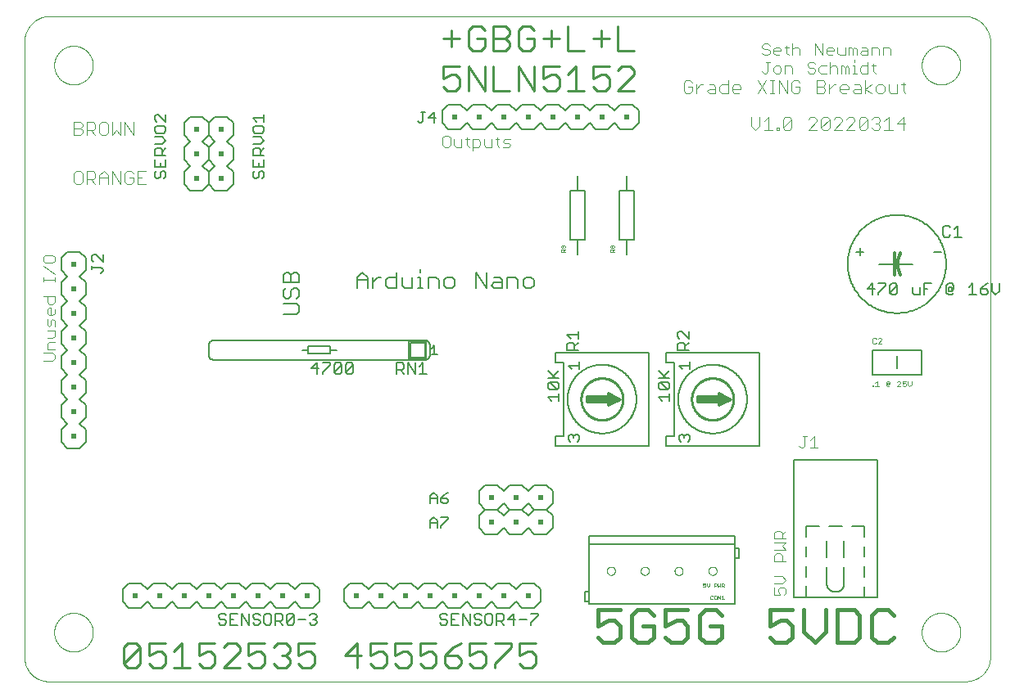
<source format=gto>
G75*
%MOIN*%
%OFA0B0*%
%FSLAX25Y25*%
%IPPOS*%
%LPD*%
%AMOC8*
5,1,8,0,0,1.08239X$1,22.5*
%
%ADD10C,0.00600*%
%ADD11C,0.00400*%
%ADD12C,0.01100*%
%ADD13C,0.01500*%
%ADD14C,0.00800*%
%ADD15C,0.00000*%
%ADD16R,0.02000X0.02000*%
%ADD17C,0.00500*%
%ADD18C,0.00004*%
%ADD19C,0.00100*%
%ADD20C,0.01200*%
%ADD21C,0.00200*%
%ADD22C,0.01000*%
D10*
X0082000Y0136000D02*
X0168000Y0136000D01*
X0168500Y0136500D02*
X0161500Y0136500D01*
X0161500Y0143500D01*
X0168500Y0143500D01*
X0168500Y0136500D01*
X0168000Y0137000D02*
X0168000Y0143000D01*
X0162000Y0143000D01*
X0162000Y0137000D01*
X0168000Y0137000D01*
X0168000Y0136000D02*
X0168087Y0136002D01*
X0168174Y0136008D01*
X0168261Y0136017D01*
X0168347Y0136030D01*
X0168433Y0136047D01*
X0168518Y0136068D01*
X0168601Y0136093D01*
X0168684Y0136121D01*
X0168765Y0136152D01*
X0168845Y0136187D01*
X0168923Y0136226D01*
X0169000Y0136268D01*
X0169075Y0136313D01*
X0169147Y0136362D01*
X0169218Y0136413D01*
X0169286Y0136468D01*
X0169351Y0136525D01*
X0169414Y0136586D01*
X0169475Y0136649D01*
X0169532Y0136714D01*
X0169587Y0136782D01*
X0169638Y0136853D01*
X0169687Y0136925D01*
X0169732Y0137000D01*
X0169774Y0137077D01*
X0169813Y0137155D01*
X0169848Y0137235D01*
X0169879Y0137316D01*
X0169907Y0137399D01*
X0169932Y0137482D01*
X0169953Y0137567D01*
X0169970Y0137653D01*
X0169983Y0137739D01*
X0169992Y0137826D01*
X0169998Y0137913D01*
X0170000Y0138000D01*
X0170000Y0142000D01*
X0169998Y0142087D01*
X0169992Y0142174D01*
X0169983Y0142261D01*
X0169970Y0142347D01*
X0169953Y0142433D01*
X0169932Y0142518D01*
X0169907Y0142601D01*
X0169879Y0142684D01*
X0169848Y0142765D01*
X0169813Y0142845D01*
X0169774Y0142923D01*
X0169732Y0143000D01*
X0169687Y0143075D01*
X0169638Y0143147D01*
X0169587Y0143218D01*
X0169532Y0143286D01*
X0169475Y0143351D01*
X0169414Y0143414D01*
X0169351Y0143475D01*
X0169286Y0143532D01*
X0169218Y0143587D01*
X0169147Y0143638D01*
X0169075Y0143687D01*
X0169000Y0143732D01*
X0168923Y0143774D01*
X0168845Y0143813D01*
X0168765Y0143848D01*
X0168684Y0143879D01*
X0168601Y0143907D01*
X0168518Y0143932D01*
X0168433Y0143953D01*
X0168347Y0143970D01*
X0168261Y0143983D01*
X0168174Y0143992D01*
X0168087Y0143998D01*
X0168000Y0144000D01*
X0082000Y0144000D01*
X0081913Y0143998D01*
X0081826Y0143992D01*
X0081739Y0143983D01*
X0081653Y0143970D01*
X0081567Y0143953D01*
X0081482Y0143932D01*
X0081399Y0143907D01*
X0081316Y0143879D01*
X0081235Y0143848D01*
X0081155Y0143813D01*
X0081077Y0143774D01*
X0081000Y0143732D01*
X0080925Y0143687D01*
X0080853Y0143638D01*
X0080782Y0143587D01*
X0080714Y0143532D01*
X0080649Y0143475D01*
X0080586Y0143414D01*
X0080525Y0143351D01*
X0080468Y0143286D01*
X0080413Y0143218D01*
X0080362Y0143147D01*
X0080313Y0143075D01*
X0080268Y0143000D01*
X0080226Y0142923D01*
X0080187Y0142845D01*
X0080152Y0142765D01*
X0080121Y0142684D01*
X0080093Y0142601D01*
X0080068Y0142518D01*
X0080047Y0142433D01*
X0080030Y0142347D01*
X0080017Y0142261D01*
X0080008Y0142174D01*
X0080002Y0142087D01*
X0080000Y0142000D01*
X0080000Y0138000D01*
X0080002Y0137913D01*
X0080008Y0137826D01*
X0080017Y0137739D01*
X0080030Y0137653D01*
X0080047Y0137567D01*
X0080068Y0137482D01*
X0080093Y0137399D01*
X0080121Y0137316D01*
X0080152Y0137235D01*
X0080187Y0137155D01*
X0080226Y0137077D01*
X0080268Y0137000D01*
X0080313Y0136925D01*
X0080362Y0136853D01*
X0080413Y0136782D01*
X0080468Y0136714D01*
X0080525Y0136649D01*
X0080586Y0136586D01*
X0080649Y0136525D01*
X0080714Y0136468D01*
X0080782Y0136413D01*
X0080853Y0136362D01*
X0080925Y0136313D01*
X0081000Y0136268D01*
X0081077Y0136226D01*
X0081155Y0136187D01*
X0081235Y0136152D01*
X0081316Y0136121D01*
X0081399Y0136093D01*
X0081482Y0136068D01*
X0081567Y0136047D01*
X0081653Y0136030D01*
X0081739Y0136017D01*
X0081826Y0136008D01*
X0081913Y0136002D01*
X0082000Y0136000D01*
X0110295Y0154518D02*
X0115632Y0154518D01*
X0116700Y0155586D01*
X0116700Y0157721D01*
X0115632Y0158788D01*
X0110295Y0158788D01*
X0111362Y0160963D02*
X0112430Y0160963D01*
X0113497Y0162031D01*
X0113497Y0164166D01*
X0114565Y0165234D01*
X0115632Y0165234D01*
X0116700Y0164166D01*
X0116700Y0162031D01*
X0115632Y0160963D01*
X0111362Y0160963D02*
X0110295Y0162031D01*
X0110295Y0164166D01*
X0111362Y0165234D01*
X0110295Y0167409D02*
X0110295Y0170612D01*
X0111362Y0171679D01*
X0112430Y0171679D01*
X0113497Y0170612D01*
X0113497Y0167409D01*
X0110295Y0167409D02*
X0116700Y0167409D01*
X0116700Y0170612D01*
X0115632Y0171679D01*
X0114565Y0171679D01*
X0113497Y0170612D01*
X0140300Y0169570D02*
X0140300Y0165300D01*
X0140300Y0168503D02*
X0144570Y0168503D01*
X0144570Y0169570D02*
X0144570Y0165300D01*
X0146745Y0165300D02*
X0146745Y0169570D01*
X0146745Y0167435D02*
X0148881Y0169570D01*
X0149948Y0169570D01*
X0152117Y0168503D02*
X0153184Y0169570D01*
X0156387Y0169570D01*
X0156387Y0171705D02*
X0156387Y0165300D01*
X0153184Y0165300D01*
X0152117Y0166368D01*
X0152117Y0168503D01*
X0144570Y0169570D02*
X0142435Y0171705D01*
X0140300Y0169570D01*
X0158562Y0169570D02*
X0158562Y0166368D01*
X0159630Y0165300D01*
X0162833Y0165300D01*
X0162833Y0169570D01*
X0165008Y0169570D02*
X0166075Y0169570D01*
X0166075Y0165300D01*
X0165008Y0165300D02*
X0167143Y0165300D01*
X0169305Y0165300D02*
X0169305Y0169570D01*
X0172507Y0169570D01*
X0173575Y0168503D01*
X0173575Y0165300D01*
X0175750Y0166368D02*
X0175750Y0168503D01*
X0176818Y0169570D01*
X0178953Y0169570D01*
X0180021Y0168503D01*
X0180021Y0166368D01*
X0178953Y0165300D01*
X0176818Y0165300D01*
X0175750Y0166368D01*
X0166075Y0171705D02*
X0166075Y0172773D01*
X0188641Y0171705D02*
X0188641Y0165300D01*
X0192912Y0165300D02*
X0192912Y0171705D01*
X0196154Y0169570D02*
X0198289Y0169570D01*
X0199357Y0168503D01*
X0199357Y0165300D01*
X0196154Y0165300D01*
X0195087Y0166368D01*
X0196154Y0167435D01*
X0199357Y0167435D01*
X0201532Y0165300D02*
X0201532Y0169570D01*
X0204735Y0169570D01*
X0205803Y0168503D01*
X0205803Y0165300D01*
X0207978Y0166368D02*
X0207978Y0168503D01*
X0209045Y0169570D01*
X0211180Y0169570D01*
X0212248Y0168503D01*
X0212248Y0166368D01*
X0211180Y0165300D01*
X0209045Y0165300D01*
X0207978Y0166368D01*
X0192912Y0165300D02*
X0188641Y0171705D01*
X0221000Y0139000D02*
X0221000Y0135000D01*
X0224500Y0135000D01*
X0224500Y0105000D01*
X0221000Y0105000D01*
X0221000Y0101000D01*
X0258900Y0101000D01*
X0258900Y0139000D01*
X0221000Y0139000D01*
X0226000Y0120000D02*
X0226004Y0119660D01*
X0226016Y0119321D01*
X0226037Y0118982D01*
X0226066Y0118643D01*
X0226103Y0118306D01*
X0226148Y0117969D01*
X0226201Y0117633D01*
X0226263Y0117299D01*
X0226333Y0116967D01*
X0226410Y0116636D01*
X0226496Y0116307D01*
X0226589Y0115981D01*
X0226691Y0115656D01*
X0226800Y0115335D01*
X0226917Y0115016D01*
X0227042Y0114700D01*
X0227174Y0114387D01*
X0227314Y0114077D01*
X0227462Y0113771D01*
X0227617Y0113469D01*
X0227779Y0113170D01*
X0227948Y0112876D01*
X0228125Y0112586D01*
X0228308Y0112300D01*
X0228498Y0112018D01*
X0228695Y0111741D01*
X0228899Y0111470D01*
X0229109Y0111203D01*
X0229326Y0110941D01*
X0229549Y0110685D01*
X0229778Y0110434D01*
X0230013Y0110189D01*
X0230254Y0109949D01*
X0230501Y0109716D01*
X0230753Y0109488D01*
X0231011Y0109267D01*
X0231274Y0109052D01*
X0231542Y0108844D01*
X0231815Y0108642D01*
X0232093Y0108446D01*
X0232376Y0108258D01*
X0232663Y0108076D01*
X0232955Y0107902D01*
X0233250Y0107734D01*
X0233550Y0107574D01*
X0233853Y0107421D01*
X0234160Y0107276D01*
X0234471Y0107138D01*
X0234785Y0107008D01*
X0235101Y0106885D01*
X0235421Y0106770D01*
X0235743Y0106663D01*
X0236068Y0106563D01*
X0236395Y0106472D01*
X0236725Y0106389D01*
X0237056Y0106313D01*
X0237389Y0106246D01*
X0237723Y0106186D01*
X0238059Y0106135D01*
X0238396Y0106092D01*
X0238734Y0106057D01*
X0239073Y0106031D01*
X0239412Y0106012D01*
X0239752Y0106002D01*
X0240091Y0106000D01*
X0240431Y0106007D01*
X0240771Y0106021D01*
X0241109Y0106044D01*
X0241448Y0106075D01*
X0241785Y0106114D01*
X0242122Y0106162D01*
X0242457Y0106217D01*
X0242790Y0106281D01*
X0243123Y0106353D01*
X0243453Y0106432D01*
X0243781Y0106520D01*
X0244107Y0106616D01*
X0244430Y0106720D01*
X0244751Y0106831D01*
X0245070Y0106950D01*
X0245385Y0107077D01*
X0245697Y0107211D01*
X0246005Y0107353D01*
X0246310Y0107503D01*
X0246612Y0107660D01*
X0246909Y0107824D01*
X0247203Y0107995D01*
X0254000Y0120000D02*
X0253996Y0120329D01*
X0253985Y0120658D01*
X0253965Y0120986D01*
X0253938Y0121314D01*
X0253903Y0121641D01*
X0253861Y0121968D01*
X0253811Y0122293D01*
X0253753Y0122617D01*
X0253688Y0122939D01*
X0253615Y0123260D01*
X0253535Y0123579D01*
X0253447Y0123896D01*
X0253352Y0124211D01*
X0253249Y0124523D01*
X0253139Y0124833D01*
X0253022Y0125140D01*
X0252898Y0125445D01*
X0252766Y0125747D01*
X0252628Y0126045D01*
X0252482Y0126340D01*
X0252330Y0126631D01*
X0252171Y0126919D01*
X0252005Y0127203D01*
X0246946Y0132156D02*
X0246648Y0132321D01*
X0246347Y0132479D01*
X0246042Y0132629D01*
X0245733Y0132772D01*
X0245421Y0132908D01*
X0245106Y0133036D01*
X0244788Y0133156D01*
X0244467Y0133268D01*
X0244143Y0133373D01*
X0243817Y0133470D01*
X0243488Y0133558D01*
X0243158Y0133639D01*
X0242825Y0133712D01*
X0242491Y0133777D01*
X0242156Y0133833D01*
X0241819Y0133881D01*
X0241481Y0133921D01*
X0241143Y0133953D01*
X0240803Y0133977D01*
X0240463Y0133992D01*
X0240123Y0133999D01*
X0239783Y0133998D01*
X0239443Y0133989D01*
X0239103Y0133971D01*
X0238764Y0133945D01*
X0238425Y0133911D01*
X0238088Y0133869D01*
X0237751Y0133818D01*
X0237416Y0133760D01*
X0237083Y0133693D01*
X0236751Y0133618D01*
X0236421Y0133535D01*
X0236093Y0133444D01*
X0235768Y0133345D01*
X0235445Y0133238D01*
X0235124Y0133124D01*
X0234807Y0133001D01*
X0234492Y0132871D01*
X0234181Y0132734D01*
X0233874Y0132588D01*
X0233569Y0132436D01*
X0233269Y0132276D01*
X0232973Y0132109D01*
X0232681Y0131934D01*
X0232393Y0131753D01*
X0232110Y0131565D01*
X0231831Y0131370D01*
X0231557Y0131168D01*
X0231288Y0130959D01*
X0231024Y0130744D01*
X0230766Y0130523D01*
X0230513Y0130296D01*
X0230266Y0130062D01*
X0230024Y0129822D01*
X0229788Y0129577D01*
X0229559Y0129326D01*
X0229335Y0129070D01*
X0229118Y0128808D01*
X0228907Y0128541D01*
X0228703Y0128269D01*
X0228505Y0127992D01*
X0228314Y0127710D01*
X0228131Y0127424D01*
X0227954Y0127133D01*
X0227784Y0126839D01*
X0227621Y0126540D01*
X0227466Y0126237D01*
X0227318Y0125931D01*
X0227178Y0125621D01*
X0227045Y0125307D01*
X0226920Y0124991D01*
X0226802Y0124672D01*
X0226693Y0124350D01*
X0226591Y0124025D01*
X0226497Y0123698D01*
X0226411Y0123369D01*
X0226334Y0123038D01*
X0226264Y0122705D01*
X0226202Y0122370D01*
X0226149Y0122034D01*
X0226103Y0121697D01*
X0226066Y0121359D01*
X0226037Y0121020D01*
X0226017Y0120680D01*
X0226004Y0120340D01*
X0226000Y0120000D01*
X0251946Y0112700D02*
X0252117Y0112987D01*
X0252281Y0113278D01*
X0252437Y0113573D01*
X0252587Y0113871D01*
X0252730Y0114173D01*
X0252865Y0114478D01*
X0252993Y0114787D01*
X0253114Y0115098D01*
X0253227Y0115412D01*
X0253333Y0115729D01*
X0253431Y0116048D01*
X0253521Y0116369D01*
X0253604Y0116693D01*
X0253679Y0117018D01*
X0253746Y0117345D01*
X0253805Y0117674D01*
X0253857Y0118004D01*
X0253901Y0118335D01*
X0253936Y0118667D01*
X0253964Y0118999D01*
X0253984Y0119333D01*
X0253996Y0119666D01*
X0254000Y0120000D01*
X0252310Y0126668D02*
X0252144Y0126967D01*
X0251970Y0127261D01*
X0251789Y0127551D01*
X0251601Y0127837D01*
X0251406Y0128118D01*
X0251205Y0128394D01*
X0250996Y0128665D01*
X0250782Y0128931D01*
X0250560Y0129191D01*
X0250333Y0129446D01*
X0250099Y0129696D01*
X0249859Y0129939D01*
X0249614Y0130177D01*
X0249362Y0130409D01*
X0249105Y0130634D01*
X0248843Y0130854D01*
X0248575Y0131066D01*
X0248303Y0131272D01*
X0248025Y0131472D01*
X0247743Y0131664D01*
X0247455Y0131850D01*
X0247164Y0132028D01*
X0246868Y0132200D01*
X0246568Y0132364D01*
X0246264Y0132520D01*
X0245957Y0132669D01*
X0245646Y0132811D01*
X0245331Y0132945D01*
X0245014Y0133071D01*
X0244693Y0133190D01*
X0244370Y0133301D01*
X0244044Y0133403D01*
X0243715Y0133498D01*
X0243384Y0133585D01*
X0243052Y0133663D01*
X0242717Y0133734D01*
X0242381Y0133796D01*
X0242044Y0133850D01*
X0241705Y0133896D01*
X0241365Y0133933D01*
X0241024Y0133962D01*
X0240683Y0133983D01*
X0240342Y0133996D01*
X0240000Y0134000D01*
X0252522Y0113739D02*
X0252368Y0113439D01*
X0252206Y0113144D01*
X0252038Y0112852D01*
X0251862Y0112564D01*
X0251680Y0112281D01*
X0251491Y0112002D01*
X0251295Y0111728D01*
X0251092Y0111458D01*
X0250884Y0111194D01*
X0250669Y0110935D01*
X0250447Y0110680D01*
X0250220Y0110432D01*
X0249987Y0110189D01*
X0249748Y0109951D01*
X0249503Y0109719D01*
X0249253Y0109494D01*
X0248997Y0109274D01*
X0248737Y0109061D01*
X0248471Y0108854D01*
X0248200Y0108653D01*
X0247925Y0108459D01*
X0247645Y0108271D01*
X0247360Y0108091D01*
X0247071Y0107917D01*
X0246779Y0107750D01*
X0246482Y0107591D01*
X0246181Y0107439D01*
X0245877Y0107293D01*
X0245570Y0107156D01*
X0245259Y0107025D01*
X0244945Y0106902D01*
X0244629Y0106787D01*
X0244309Y0106680D01*
X0243987Y0106580D01*
X0243663Y0106488D01*
X0243337Y0106404D01*
X0243009Y0106327D01*
X0242679Y0106259D01*
X0242347Y0106198D01*
X0242015Y0106146D01*
X0241681Y0106101D01*
X0241346Y0106065D01*
X0241010Y0106036D01*
X0240674Y0106016D01*
X0240337Y0106004D01*
X0240000Y0106000D01*
X0266000Y0105000D02*
X0266000Y0101000D01*
X0303900Y0101000D01*
X0303900Y0139000D01*
X0266000Y0139000D01*
X0266000Y0135000D01*
X0269500Y0135000D01*
X0269500Y0105000D01*
X0266000Y0105000D01*
X0299000Y0120000D02*
X0298996Y0120329D01*
X0298985Y0120658D01*
X0298965Y0120986D01*
X0298938Y0121314D01*
X0298903Y0121641D01*
X0298861Y0121968D01*
X0298811Y0122293D01*
X0298753Y0122617D01*
X0298688Y0122939D01*
X0298615Y0123260D01*
X0298535Y0123579D01*
X0298447Y0123896D01*
X0298352Y0124211D01*
X0298249Y0124523D01*
X0298139Y0124833D01*
X0298022Y0125140D01*
X0297898Y0125445D01*
X0297766Y0125747D01*
X0297628Y0126045D01*
X0297482Y0126340D01*
X0297330Y0126631D01*
X0297171Y0126919D01*
X0297005Y0127203D01*
X0291946Y0132156D02*
X0291648Y0132321D01*
X0291347Y0132479D01*
X0291042Y0132629D01*
X0290733Y0132772D01*
X0290421Y0132908D01*
X0290106Y0133036D01*
X0289788Y0133156D01*
X0289467Y0133268D01*
X0289143Y0133373D01*
X0288817Y0133470D01*
X0288488Y0133558D01*
X0288158Y0133639D01*
X0287825Y0133712D01*
X0287491Y0133777D01*
X0287156Y0133833D01*
X0286819Y0133881D01*
X0286481Y0133921D01*
X0286143Y0133953D01*
X0285803Y0133977D01*
X0285463Y0133992D01*
X0285123Y0133999D01*
X0284783Y0133998D01*
X0284443Y0133989D01*
X0284103Y0133971D01*
X0283764Y0133945D01*
X0283425Y0133911D01*
X0283088Y0133869D01*
X0282751Y0133818D01*
X0282416Y0133760D01*
X0282083Y0133693D01*
X0281751Y0133618D01*
X0281421Y0133535D01*
X0281093Y0133444D01*
X0280768Y0133345D01*
X0280445Y0133238D01*
X0280124Y0133124D01*
X0279807Y0133001D01*
X0279492Y0132871D01*
X0279181Y0132734D01*
X0278874Y0132588D01*
X0278569Y0132436D01*
X0278269Y0132276D01*
X0277973Y0132109D01*
X0277681Y0131934D01*
X0277393Y0131753D01*
X0277110Y0131565D01*
X0276831Y0131370D01*
X0276557Y0131168D01*
X0276288Y0130959D01*
X0276024Y0130744D01*
X0275766Y0130523D01*
X0275513Y0130296D01*
X0275266Y0130062D01*
X0275024Y0129822D01*
X0274788Y0129577D01*
X0274559Y0129326D01*
X0274335Y0129070D01*
X0274118Y0128808D01*
X0273907Y0128541D01*
X0273703Y0128269D01*
X0273505Y0127992D01*
X0273314Y0127710D01*
X0273131Y0127424D01*
X0272954Y0127133D01*
X0272784Y0126839D01*
X0272621Y0126540D01*
X0272466Y0126237D01*
X0272318Y0125931D01*
X0272178Y0125621D01*
X0272045Y0125307D01*
X0271920Y0124991D01*
X0271802Y0124672D01*
X0271693Y0124350D01*
X0271591Y0124025D01*
X0271497Y0123698D01*
X0271411Y0123369D01*
X0271334Y0123038D01*
X0271264Y0122705D01*
X0271202Y0122370D01*
X0271149Y0122034D01*
X0271103Y0121697D01*
X0271066Y0121359D01*
X0271037Y0121020D01*
X0271017Y0120680D01*
X0271004Y0120340D01*
X0271000Y0120000D01*
X0296946Y0112700D02*
X0297117Y0112987D01*
X0297281Y0113278D01*
X0297437Y0113573D01*
X0297587Y0113871D01*
X0297730Y0114173D01*
X0297865Y0114478D01*
X0297993Y0114787D01*
X0298114Y0115098D01*
X0298227Y0115412D01*
X0298333Y0115729D01*
X0298431Y0116048D01*
X0298521Y0116369D01*
X0298604Y0116693D01*
X0298679Y0117018D01*
X0298746Y0117345D01*
X0298805Y0117674D01*
X0298857Y0118004D01*
X0298901Y0118335D01*
X0298936Y0118667D01*
X0298964Y0118999D01*
X0298984Y0119333D01*
X0298996Y0119666D01*
X0299000Y0120000D01*
X0297310Y0126668D02*
X0297144Y0126967D01*
X0296970Y0127261D01*
X0296789Y0127551D01*
X0296601Y0127837D01*
X0296406Y0128118D01*
X0296205Y0128394D01*
X0295996Y0128665D01*
X0295782Y0128931D01*
X0295560Y0129191D01*
X0295333Y0129446D01*
X0295099Y0129696D01*
X0294859Y0129939D01*
X0294614Y0130177D01*
X0294362Y0130409D01*
X0294105Y0130634D01*
X0293843Y0130854D01*
X0293575Y0131066D01*
X0293303Y0131272D01*
X0293025Y0131472D01*
X0292743Y0131664D01*
X0292455Y0131850D01*
X0292164Y0132028D01*
X0291868Y0132200D01*
X0291568Y0132364D01*
X0291264Y0132520D01*
X0290957Y0132669D01*
X0290646Y0132811D01*
X0290331Y0132945D01*
X0290014Y0133071D01*
X0289693Y0133190D01*
X0289370Y0133301D01*
X0289044Y0133403D01*
X0288715Y0133498D01*
X0288384Y0133585D01*
X0288052Y0133663D01*
X0287717Y0133734D01*
X0287381Y0133796D01*
X0287044Y0133850D01*
X0286705Y0133896D01*
X0286365Y0133933D01*
X0286024Y0133962D01*
X0285683Y0133983D01*
X0285342Y0133996D01*
X0285000Y0134000D01*
X0297522Y0113739D02*
X0297368Y0113439D01*
X0297206Y0113144D01*
X0297038Y0112852D01*
X0296862Y0112564D01*
X0296680Y0112281D01*
X0296491Y0112002D01*
X0296295Y0111728D01*
X0296092Y0111458D01*
X0295884Y0111194D01*
X0295669Y0110935D01*
X0295447Y0110680D01*
X0295220Y0110432D01*
X0294987Y0110189D01*
X0294748Y0109951D01*
X0294503Y0109719D01*
X0294253Y0109494D01*
X0293997Y0109274D01*
X0293737Y0109061D01*
X0293471Y0108854D01*
X0293200Y0108653D01*
X0292925Y0108459D01*
X0292645Y0108271D01*
X0292360Y0108091D01*
X0292071Y0107917D01*
X0291779Y0107750D01*
X0291482Y0107591D01*
X0291181Y0107439D01*
X0290877Y0107293D01*
X0290570Y0107156D01*
X0290259Y0107025D01*
X0289945Y0106902D01*
X0289629Y0106787D01*
X0289309Y0106680D01*
X0288987Y0106580D01*
X0288663Y0106488D01*
X0288337Y0106404D01*
X0288009Y0106327D01*
X0287679Y0106259D01*
X0287347Y0106198D01*
X0287015Y0106146D01*
X0286681Y0106101D01*
X0286346Y0106065D01*
X0286010Y0106036D01*
X0285674Y0106016D01*
X0285337Y0106004D01*
X0285000Y0106000D01*
X0292203Y0107995D02*
X0291909Y0107824D01*
X0291612Y0107660D01*
X0291310Y0107503D01*
X0291005Y0107353D01*
X0290697Y0107211D01*
X0290385Y0107077D01*
X0290070Y0106950D01*
X0289751Y0106831D01*
X0289430Y0106720D01*
X0289107Y0106616D01*
X0288781Y0106520D01*
X0288453Y0106432D01*
X0288123Y0106353D01*
X0287790Y0106281D01*
X0287457Y0106217D01*
X0287122Y0106162D01*
X0286785Y0106114D01*
X0286448Y0106075D01*
X0286109Y0106044D01*
X0285771Y0106021D01*
X0285431Y0106007D01*
X0285091Y0106000D01*
X0284752Y0106002D01*
X0284412Y0106012D01*
X0284073Y0106031D01*
X0283734Y0106057D01*
X0283396Y0106092D01*
X0283059Y0106135D01*
X0282723Y0106186D01*
X0282389Y0106246D01*
X0282056Y0106313D01*
X0281725Y0106389D01*
X0281395Y0106472D01*
X0281068Y0106563D01*
X0280743Y0106663D01*
X0280421Y0106770D01*
X0280101Y0106885D01*
X0279785Y0107008D01*
X0279471Y0107138D01*
X0279160Y0107276D01*
X0278853Y0107421D01*
X0278550Y0107574D01*
X0278250Y0107734D01*
X0277955Y0107902D01*
X0277663Y0108076D01*
X0277376Y0108258D01*
X0277093Y0108446D01*
X0276815Y0108642D01*
X0276542Y0108844D01*
X0276274Y0109052D01*
X0276011Y0109267D01*
X0275753Y0109488D01*
X0275501Y0109716D01*
X0275254Y0109949D01*
X0275013Y0110189D01*
X0274778Y0110434D01*
X0274549Y0110685D01*
X0274326Y0110941D01*
X0274109Y0111203D01*
X0273899Y0111470D01*
X0273695Y0111741D01*
X0273498Y0112018D01*
X0273308Y0112300D01*
X0273125Y0112586D01*
X0272948Y0112876D01*
X0272779Y0113170D01*
X0272617Y0113469D01*
X0272462Y0113771D01*
X0272314Y0114077D01*
X0272174Y0114387D01*
X0272042Y0114700D01*
X0271917Y0115016D01*
X0271800Y0115335D01*
X0271691Y0115656D01*
X0271589Y0115981D01*
X0271496Y0116307D01*
X0271410Y0116636D01*
X0271333Y0116967D01*
X0271263Y0117299D01*
X0271201Y0117633D01*
X0271148Y0117969D01*
X0271103Y0118306D01*
X0271066Y0118643D01*
X0271037Y0118982D01*
X0271016Y0119321D01*
X0271004Y0119660D01*
X0271000Y0120000D01*
X0345000Y0178500D02*
X0345000Y0181500D01*
X0346500Y0180000D02*
X0343500Y0180000D01*
X0352689Y0175000D02*
X0366500Y0175000D01*
X0340000Y0175000D02*
X0340006Y0175491D01*
X0340024Y0175981D01*
X0340054Y0176471D01*
X0340096Y0176960D01*
X0340150Y0177448D01*
X0340216Y0177935D01*
X0340294Y0178419D01*
X0340384Y0178902D01*
X0340486Y0179382D01*
X0340599Y0179860D01*
X0340724Y0180334D01*
X0340861Y0180806D01*
X0341009Y0181274D01*
X0341169Y0181738D01*
X0341340Y0182198D01*
X0341522Y0182654D01*
X0341716Y0183105D01*
X0341920Y0183551D01*
X0342136Y0183992D01*
X0342362Y0184428D01*
X0342598Y0184858D01*
X0342845Y0185282D01*
X0343103Y0185700D01*
X0343371Y0186111D01*
X0343648Y0186516D01*
X0343936Y0186914D01*
X0344233Y0187305D01*
X0344540Y0187688D01*
X0344856Y0188063D01*
X0345181Y0188431D01*
X0345515Y0188791D01*
X0345858Y0189142D01*
X0346209Y0189485D01*
X0346569Y0189819D01*
X0346937Y0190144D01*
X0347312Y0190460D01*
X0347695Y0190767D01*
X0348086Y0191064D01*
X0348484Y0191352D01*
X0348889Y0191629D01*
X0349300Y0191897D01*
X0349718Y0192155D01*
X0350142Y0192402D01*
X0350572Y0192638D01*
X0351008Y0192864D01*
X0351449Y0193080D01*
X0351895Y0193284D01*
X0352346Y0193478D01*
X0352802Y0193660D01*
X0353262Y0193831D01*
X0353726Y0193991D01*
X0354194Y0194139D01*
X0354666Y0194276D01*
X0355140Y0194401D01*
X0355618Y0194514D01*
X0356098Y0194616D01*
X0356581Y0194706D01*
X0357065Y0194784D01*
X0357552Y0194850D01*
X0358040Y0194904D01*
X0358529Y0194946D01*
X0359019Y0194976D01*
X0359509Y0194994D01*
X0360000Y0195000D01*
X0360491Y0194994D01*
X0360981Y0194976D01*
X0361471Y0194946D01*
X0361960Y0194904D01*
X0362448Y0194850D01*
X0362935Y0194784D01*
X0363419Y0194706D01*
X0363902Y0194616D01*
X0364382Y0194514D01*
X0364860Y0194401D01*
X0365334Y0194276D01*
X0365806Y0194139D01*
X0366274Y0193991D01*
X0366738Y0193831D01*
X0367198Y0193660D01*
X0367654Y0193478D01*
X0368105Y0193284D01*
X0368551Y0193080D01*
X0368992Y0192864D01*
X0369428Y0192638D01*
X0369858Y0192402D01*
X0370282Y0192155D01*
X0370700Y0191897D01*
X0371111Y0191629D01*
X0371516Y0191352D01*
X0371914Y0191064D01*
X0372305Y0190767D01*
X0372688Y0190460D01*
X0373063Y0190144D01*
X0373431Y0189819D01*
X0373791Y0189485D01*
X0374142Y0189142D01*
X0374485Y0188791D01*
X0374819Y0188431D01*
X0375144Y0188063D01*
X0375460Y0187688D01*
X0375767Y0187305D01*
X0376064Y0186914D01*
X0376352Y0186516D01*
X0376629Y0186111D01*
X0376897Y0185700D01*
X0377155Y0185282D01*
X0377402Y0184858D01*
X0377638Y0184428D01*
X0377864Y0183992D01*
X0378080Y0183551D01*
X0378284Y0183105D01*
X0378478Y0182654D01*
X0378660Y0182198D01*
X0378831Y0181738D01*
X0378991Y0181274D01*
X0379139Y0180806D01*
X0379276Y0180334D01*
X0379401Y0179860D01*
X0379514Y0179382D01*
X0379616Y0178902D01*
X0379706Y0178419D01*
X0379784Y0177935D01*
X0379850Y0177448D01*
X0379904Y0176960D01*
X0379946Y0176471D01*
X0379976Y0175981D01*
X0379994Y0175491D01*
X0380000Y0175000D01*
X0379994Y0174509D01*
X0379976Y0174019D01*
X0379946Y0173529D01*
X0379904Y0173040D01*
X0379850Y0172552D01*
X0379784Y0172065D01*
X0379706Y0171581D01*
X0379616Y0171098D01*
X0379514Y0170618D01*
X0379401Y0170140D01*
X0379276Y0169666D01*
X0379139Y0169194D01*
X0378991Y0168726D01*
X0378831Y0168262D01*
X0378660Y0167802D01*
X0378478Y0167346D01*
X0378284Y0166895D01*
X0378080Y0166449D01*
X0377864Y0166008D01*
X0377638Y0165572D01*
X0377402Y0165142D01*
X0377155Y0164718D01*
X0376897Y0164300D01*
X0376629Y0163889D01*
X0376352Y0163484D01*
X0376064Y0163086D01*
X0375767Y0162695D01*
X0375460Y0162312D01*
X0375144Y0161937D01*
X0374819Y0161569D01*
X0374485Y0161209D01*
X0374142Y0160858D01*
X0373791Y0160515D01*
X0373431Y0160181D01*
X0373063Y0159856D01*
X0372688Y0159540D01*
X0372305Y0159233D01*
X0371914Y0158936D01*
X0371516Y0158648D01*
X0371111Y0158371D01*
X0370700Y0158103D01*
X0370282Y0157845D01*
X0369858Y0157598D01*
X0369428Y0157362D01*
X0368992Y0157136D01*
X0368551Y0156920D01*
X0368105Y0156716D01*
X0367654Y0156522D01*
X0367198Y0156340D01*
X0366738Y0156169D01*
X0366274Y0156009D01*
X0365806Y0155861D01*
X0365334Y0155724D01*
X0364860Y0155599D01*
X0364382Y0155486D01*
X0363902Y0155384D01*
X0363419Y0155294D01*
X0362935Y0155216D01*
X0362448Y0155150D01*
X0361960Y0155096D01*
X0361471Y0155054D01*
X0360981Y0155024D01*
X0360491Y0155006D01*
X0360000Y0155000D01*
X0359509Y0155006D01*
X0359019Y0155024D01*
X0358529Y0155054D01*
X0358040Y0155096D01*
X0357552Y0155150D01*
X0357065Y0155216D01*
X0356581Y0155294D01*
X0356098Y0155384D01*
X0355618Y0155486D01*
X0355140Y0155599D01*
X0354666Y0155724D01*
X0354194Y0155861D01*
X0353726Y0156009D01*
X0353262Y0156169D01*
X0352802Y0156340D01*
X0352346Y0156522D01*
X0351895Y0156716D01*
X0351449Y0156920D01*
X0351008Y0157136D01*
X0350572Y0157362D01*
X0350142Y0157598D01*
X0349718Y0157845D01*
X0349300Y0158103D01*
X0348889Y0158371D01*
X0348484Y0158648D01*
X0348086Y0158936D01*
X0347695Y0159233D01*
X0347312Y0159540D01*
X0346937Y0159856D01*
X0346569Y0160181D01*
X0346209Y0160515D01*
X0345858Y0160858D01*
X0345515Y0161209D01*
X0345181Y0161569D01*
X0344856Y0161937D01*
X0344540Y0162312D01*
X0344233Y0162695D01*
X0343936Y0163086D01*
X0343648Y0163484D01*
X0343371Y0163889D01*
X0343103Y0164300D01*
X0342845Y0164718D01*
X0342598Y0165142D01*
X0342362Y0165572D01*
X0342136Y0166008D01*
X0341920Y0166449D01*
X0341716Y0166895D01*
X0341522Y0167346D01*
X0341340Y0167802D01*
X0341169Y0168262D01*
X0341009Y0168726D01*
X0340861Y0169194D01*
X0340724Y0169666D01*
X0340599Y0170140D01*
X0340486Y0170618D01*
X0340384Y0171098D01*
X0340294Y0171581D01*
X0340216Y0172065D01*
X0340150Y0172552D01*
X0340096Y0173040D01*
X0340054Y0173529D01*
X0340024Y0174019D01*
X0340006Y0174509D01*
X0340000Y0175000D01*
X0374996Y0180000D02*
X0377996Y0180000D01*
X0132000Y0140000D02*
X0129500Y0140000D01*
X0129500Y0138500D01*
X0120500Y0138500D01*
X0120500Y0140000D01*
X0120500Y0141500D01*
X0129500Y0141500D01*
X0129500Y0140000D01*
X0120500Y0140000D02*
X0118000Y0140000D01*
D11*
X0054452Y0207700D02*
X0050982Y0207700D01*
X0050982Y0212904D01*
X0054452Y0212904D01*
X0052717Y0210302D02*
X0050982Y0210302D01*
X0049295Y0210302D02*
X0047560Y0210302D01*
X0049295Y0210302D02*
X0049295Y0208567D01*
X0048428Y0207700D01*
X0046693Y0207700D01*
X0045826Y0208567D01*
X0045826Y0212037D01*
X0046693Y0212904D01*
X0048428Y0212904D01*
X0049295Y0212037D01*
X0044139Y0212904D02*
X0044139Y0207700D01*
X0040669Y0212904D01*
X0040669Y0207700D01*
X0038982Y0207700D02*
X0038982Y0211170D01*
X0037248Y0212904D01*
X0035513Y0211170D01*
X0035513Y0207700D01*
X0033826Y0207700D02*
X0032091Y0209435D01*
X0032959Y0209435D02*
X0030356Y0209435D01*
X0030356Y0207700D02*
X0030356Y0212904D01*
X0032959Y0212904D01*
X0033826Y0212037D01*
X0033826Y0210302D01*
X0032959Y0209435D01*
X0035513Y0210302D02*
X0038982Y0210302D01*
X0028670Y0208567D02*
X0027802Y0207700D01*
X0026067Y0207700D01*
X0025200Y0208567D01*
X0025200Y0212037D01*
X0026067Y0212904D01*
X0027802Y0212904D01*
X0028670Y0212037D01*
X0028670Y0208567D01*
X0027802Y0227700D02*
X0025200Y0227700D01*
X0025200Y0232904D01*
X0027802Y0232904D01*
X0028670Y0232037D01*
X0028670Y0231170D01*
X0027802Y0230302D01*
X0025200Y0230302D01*
X0027802Y0230302D02*
X0028670Y0229435D01*
X0028670Y0228567D01*
X0027802Y0227700D01*
X0030356Y0227700D02*
X0030356Y0232904D01*
X0032959Y0232904D01*
X0033826Y0232037D01*
X0033826Y0230302D01*
X0032959Y0229435D01*
X0030356Y0229435D01*
X0032091Y0229435D02*
X0033826Y0227700D01*
X0035513Y0228567D02*
X0035513Y0232037D01*
X0036380Y0232904D01*
X0038115Y0232904D01*
X0038982Y0232037D01*
X0038982Y0228567D01*
X0038115Y0227700D01*
X0036380Y0227700D01*
X0035513Y0228567D01*
X0040669Y0227700D02*
X0042404Y0229435D01*
X0044139Y0227700D01*
X0044139Y0232904D01*
X0045826Y0232904D02*
X0049295Y0227700D01*
X0049295Y0232904D01*
X0045826Y0232904D02*
X0045826Y0227700D01*
X0040669Y0227700D02*
X0040669Y0232904D01*
X0016533Y0178665D02*
X0013463Y0178665D01*
X0012696Y0177898D01*
X0012696Y0176363D01*
X0013463Y0175596D01*
X0016533Y0175596D01*
X0017300Y0176363D01*
X0017300Y0177898D01*
X0016533Y0178665D01*
X0012696Y0174061D02*
X0017300Y0170992D01*
X0017300Y0169457D02*
X0017300Y0167923D01*
X0017300Y0168690D02*
X0012696Y0168690D01*
X0012696Y0167923D02*
X0012696Y0169457D01*
X0012696Y0161784D02*
X0017300Y0161784D01*
X0017300Y0159482D01*
X0016533Y0158715D01*
X0014998Y0158715D01*
X0014231Y0159482D01*
X0014231Y0161784D01*
X0014998Y0157180D02*
X0015765Y0157180D01*
X0015765Y0154111D01*
X0014998Y0154111D02*
X0014231Y0154878D01*
X0014231Y0156413D01*
X0014998Y0157180D01*
X0017300Y0156413D02*
X0017300Y0154878D01*
X0016533Y0154111D01*
X0014998Y0154111D01*
X0014231Y0152576D02*
X0014231Y0150274D01*
X0014998Y0149507D01*
X0015765Y0150274D01*
X0015765Y0151809D01*
X0016533Y0152576D01*
X0017300Y0151809D01*
X0017300Y0149507D01*
X0017300Y0147972D02*
X0014231Y0147972D01*
X0014231Y0144903D02*
X0016533Y0144903D01*
X0017300Y0145670D01*
X0017300Y0147972D01*
X0017300Y0143369D02*
X0014998Y0143369D01*
X0014231Y0142601D01*
X0014231Y0140299D01*
X0017300Y0140299D01*
X0016533Y0138765D02*
X0017300Y0137997D01*
X0017300Y0136463D01*
X0016533Y0135695D01*
X0012696Y0135695D01*
X0012696Y0138765D02*
X0016533Y0138765D01*
X0175200Y0223467D02*
X0175967Y0222700D01*
X0177502Y0222700D01*
X0178269Y0223467D01*
X0178269Y0226537D01*
X0177502Y0227304D01*
X0175967Y0227304D01*
X0175200Y0226537D01*
X0175200Y0223467D01*
X0179804Y0223467D02*
X0180571Y0222700D01*
X0182873Y0222700D01*
X0182873Y0225769D01*
X0184408Y0225769D02*
X0185942Y0225769D01*
X0185175Y0226537D02*
X0185175Y0223467D01*
X0185942Y0222700D01*
X0187477Y0222700D02*
X0189779Y0222700D01*
X0190546Y0223467D01*
X0190546Y0225002D01*
X0189779Y0225769D01*
X0187477Y0225769D01*
X0187477Y0221165D01*
X0192081Y0223467D02*
X0192848Y0222700D01*
X0195150Y0222700D01*
X0195150Y0225769D01*
X0196685Y0225769D02*
X0198220Y0225769D01*
X0197452Y0226537D02*
X0197452Y0223467D01*
X0198220Y0222700D01*
X0199754Y0222700D02*
X0202056Y0222700D01*
X0202824Y0223467D01*
X0202056Y0224235D01*
X0200522Y0224235D01*
X0199754Y0225002D01*
X0200522Y0225769D01*
X0202824Y0225769D01*
X0192081Y0225769D02*
X0192081Y0223467D01*
X0179804Y0223467D02*
X0179804Y0225769D01*
X0273244Y0245467D02*
X0274111Y0244600D01*
X0275846Y0244600D01*
X0276714Y0245467D01*
X0276714Y0247202D01*
X0274979Y0247202D01*
X0273244Y0248937D02*
X0273244Y0245467D01*
X0273244Y0248937D02*
X0274111Y0249804D01*
X0275846Y0249804D01*
X0276714Y0248937D01*
X0278400Y0248070D02*
X0278400Y0244600D01*
X0278400Y0246335D02*
X0280135Y0248070D01*
X0281003Y0248070D01*
X0283565Y0248070D02*
X0285300Y0248070D01*
X0286167Y0247202D01*
X0286167Y0244600D01*
X0283565Y0244600D01*
X0282697Y0245467D01*
X0283565Y0246335D01*
X0286167Y0246335D01*
X0287854Y0247202D02*
X0287854Y0245467D01*
X0288721Y0244600D01*
X0291323Y0244600D01*
X0291323Y0249804D01*
X0291323Y0248070D02*
X0288721Y0248070D01*
X0287854Y0247202D01*
X0293010Y0247202D02*
X0293010Y0245467D01*
X0293878Y0244600D01*
X0295612Y0244600D01*
X0296480Y0246335D02*
X0293010Y0246335D01*
X0293010Y0247202D02*
X0293878Y0248070D01*
X0295612Y0248070D01*
X0296480Y0247202D01*
X0296480Y0246335D01*
X0303323Y0244600D02*
X0306793Y0249804D01*
X0308479Y0249804D02*
X0310214Y0249804D01*
X0309347Y0249804D02*
X0309347Y0244600D01*
X0310214Y0244600D02*
X0308479Y0244600D01*
X0306793Y0244600D02*
X0303323Y0249804D01*
X0305967Y0252700D02*
X0305200Y0253467D01*
X0305967Y0252700D02*
X0306735Y0252700D01*
X0307502Y0253467D01*
X0307502Y0257304D01*
X0306735Y0257304D02*
X0308269Y0257304D01*
X0309804Y0255002D02*
X0309804Y0253467D01*
X0310571Y0252700D01*
X0312106Y0252700D01*
X0312873Y0253467D01*
X0312873Y0255002D01*
X0312106Y0255769D01*
X0310571Y0255769D01*
X0309804Y0255002D01*
X0314408Y0255769D02*
X0316710Y0255769D01*
X0317477Y0255002D01*
X0317477Y0252700D01*
X0317941Y0249804D02*
X0317073Y0248937D01*
X0317073Y0245467D01*
X0317941Y0244600D01*
X0319676Y0244600D01*
X0320543Y0245467D01*
X0320543Y0247202D01*
X0318808Y0247202D01*
X0320543Y0248937D02*
X0319676Y0249804D01*
X0317941Y0249804D01*
X0315387Y0249804D02*
X0315387Y0244600D01*
X0311917Y0249804D01*
X0311917Y0244600D01*
X0314408Y0252700D02*
X0314408Y0255769D01*
X0315942Y0260200D02*
X0315175Y0260967D01*
X0315175Y0264037D01*
X0314408Y0263269D02*
X0315942Y0263269D01*
X0317477Y0262502D02*
X0318244Y0263269D01*
X0319779Y0263269D01*
X0320546Y0262502D01*
X0320546Y0260200D01*
X0317477Y0260200D02*
X0317477Y0264804D01*
X0312873Y0262502D02*
X0312873Y0261735D01*
X0309804Y0261735D01*
X0309804Y0262502D02*
X0310571Y0263269D01*
X0312106Y0263269D01*
X0312873Y0262502D01*
X0312106Y0260200D02*
X0310571Y0260200D01*
X0309804Y0260967D01*
X0309804Y0262502D01*
X0308269Y0261735D02*
X0308269Y0260967D01*
X0307502Y0260200D01*
X0305967Y0260200D01*
X0305200Y0260967D01*
X0305967Y0262502D02*
X0305200Y0263269D01*
X0305200Y0264037D01*
X0305967Y0264804D01*
X0307502Y0264804D01*
X0308269Y0264037D01*
X0307502Y0262502D02*
X0308269Y0261735D01*
X0307502Y0262502D02*
X0305967Y0262502D01*
X0323616Y0256537D02*
X0323616Y0255769D01*
X0324383Y0255002D01*
X0325918Y0255002D01*
X0326685Y0254235D01*
X0326685Y0253467D01*
X0325918Y0252700D01*
X0324383Y0252700D01*
X0323616Y0253467D01*
X0323616Y0256537D02*
X0324383Y0257304D01*
X0325918Y0257304D01*
X0326685Y0256537D01*
X0328220Y0255002D02*
X0328987Y0255769D01*
X0331289Y0255769D01*
X0332824Y0255002D02*
X0333591Y0255769D01*
X0335126Y0255769D01*
X0335893Y0255002D01*
X0335893Y0252700D01*
X0337427Y0252700D02*
X0337427Y0255769D01*
X0338195Y0255769D01*
X0338962Y0255002D01*
X0339729Y0255769D01*
X0340497Y0255002D01*
X0340497Y0252700D01*
X0342031Y0252700D02*
X0343566Y0252700D01*
X0342799Y0252700D02*
X0342799Y0255769D01*
X0342031Y0255769D01*
X0342799Y0257304D02*
X0342799Y0258071D01*
X0343566Y0260200D02*
X0343566Y0262502D01*
X0342799Y0263269D01*
X0342031Y0262502D01*
X0342031Y0260200D01*
X0340497Y0260200D02*
X0340497Y0263269D01*
X0341264Y0263269D01*
X0342031Y0262502D01*
X0338962Y0263269D02*
X0338962Y0260200D01*
X0336660Y0260200D01*
X0335893Y0260967D01*
X0335893Y0263269D01*
X0334358Y0262502D02*
X0334358Y0261735D01*
X0331289Y0261735D01*
X0331289Y0262502D02*
X0332056Y0263269D01*
X0333591Y0263269D01*
X0334358Y0262502D01*
X0333591Y0260200D02*
X0332056Y0260200D01*
X0331289Y0260967D01*
X0331289Y0262502D01*
X0329754Y0260200D02*
X0329754Y0264804D01*
X0326685Y0264804D02*
X0329754Y0260200D01*
X0326685Y0260200D02*
X0326685Y0264804D01*
X0332824Y0257304D02*
X0332824Y0252700D01*
X0331289Y0252700D02*
X0328987Y0252700D01*
X0328220Y0253467D01*
X0328220Y0255002D01*
X0327386Y0249804D02*
X0329988Y0249804D01*
X0330856Y0248937D01*
X0330856Y0248070D01*
X0329988Y0247202D01*
X0327386Y0247202D01*
X0327386Y0244600D02*
X0329988Y0244600D01*
X0330856Y0245467D01*
X0330856Y0246335D01*
X0329988Y0247202D01*
X0332543Y0246335D02*
X0334277Y0248070D01*
X0335145Y0248070D01*
X0336840Y0247202D02*
X0337707Y0248070D01*
X0339442Y0248070D01*
X0340309Y0247202D01*
X0340309Y0246335D01*
X0336840Y0246335D01*
X0336840Y0247202D02*
X0336840Y0245467D01*
X0337707Y0244600D01*
X0339442Y0244600D01*
X0341996Y0245467D02*
X0342863Y0246335D01*
X0345466Y0246335D01*
X0345466Y0247202D02*
X0345466Y0244600D01*
X0342863Y0244600D01*
X0341996Y0245467D01*
X0342863Y0248070D02*
X0344598Y0248070D01*
X0345466Y0247202D01*
X0347152Y0246335D02*
X0349755Y0248070D01*
X0351449Y0247202D02*
X0351449Y0245467D01*
X0352317Y0244600D01*
X0354052Y0244600D01*
X0354919Y0245467D01*
X0354919Y0247202D01*
X0354052Y0248070D01*
X0352317Y0248070D01*
X0351449Y0247202D01*
X0349755Y0244600D02*
X0347152Y0246335D01*
X0347152Y0244600D02*
X0347152Y0249804D01*
X0348170Y0252700D02*
X0345868Y0252700D01*
X0345101Y0253467D01*
X0345101Y0255002D01*
X0345868Y0255769D01*
X0348170Y0255769D01*
X0349705Y0255769D02*
X0351239Y0255769D01*
X0350472Y0256537D02*
X0350472Y0253467D01*
X0351239Y0252700D01*
X0348170Y0252700D02*
X0348170Y0257304D01*
X0348170Y0260200D02*
X0345868Y0260200D01*
X0345101Y0260967D01*
X0345868Y0261735D01*
X0348170Y0261735D01*
X0348170Y0262502D02*
X0348170Y0260200D01*
X0349705Y0260200D02*
X0349705Y0263269D01*
X0352007Y0263269D01*
X0352774Y0262502D01*
X0352774Y0260200D01*
X0354309Y0260200D02*
X0354309Y0263269D01*
X0356610Y0263269D01*
X0357378Y0262502D01*
X0357378Y0260200D01*
X0348170Y0262502D02*
X0347403Y0263269D01*
X0345868Y0263269D01*
X0338962Y0255002D02*
X0338962Y0252700D01*
X0332543Y0248070D02*
X0332543Y0244600D01*
X0327386Y0244600D02*
X0327386Y0249804D01*
X0326551Y0234804D02*
X0324816Y0234804D01*
X0323949Y0233937D01*
X0326551Y0234804D02*
X0327418Y0233937D01*
X0327418Y0233070D01*
X0323949Y0229600D01*
X0327418Y0229600D01*
X0329105Y0230467D02*
X0332575Y0233937D01*
X0332575Y0230467D01*
X0331707Y0229600D01*
X0329973Y0229600D01*
X0329105Y0230467D01*
X0329105Y0233937D01*
X0329973Y0234804D01*
X0331707Y0234804D01*
X0332575Y0233937D01*
X0334262Y0233937D02*
X0335129Y0234804D01*
X0336864Y0234804D01*
X0337731Y0233937D01*
X0337731Y0233070D01*
X0334262Y0229600D01*
X0337731Y0229600D01*
X0339418Y0229600D02*
X0342888Y0233070D01*
X0342888Y0233937D01*
X0342020Y0234804D01*
X0340285Y0234804D01*
X0339418Y0233937D01*
X0339418Y0229600D02*
X0342888Y0229600D01*
X0344574Y0230467D02*
X0344574Y0233937D01*
X0345442Y0234804D01*
X0347177Y0234804D01*
X0348044Y0233937D01*
X0344574Y0230467D01*
X0345442Y0229600D01*
X0347177Y0229600D01*
X0348044Y0230467D01*
X0348044Y0233937D01*
X0349731Y0233937D02*
X0350598Y0234804D01*
X0352333Y0234804D01*
X0353200Y0233937D01*
X0353200Y0233070D01*
X0352333Y0232202D01*
X0353200Y0231335D01*
X0353200Y0230467D01*
X0352333Y0229600D01*
X0350598Y0229600D01*
X0349731Y0230467D01*
X0351466Y0232202D02*
X0352333Y0232202D01*
X0354887Y0233070D02*
X0356622Y0234804D01*
X0356622Y0229600D01*
X0354887Y0229600D02*
X0358357Y0229600D01*
X0360043Y0232202D02*
X0363513Y0232202D01*
X0362646Y0229600D02*
X0362646Y0234804D01*
X0360043Y0232202D01*
X0360075Y0244600D02*
X0360075Y0248070D01*
X0361762Y0248070D02*
X0363497Y0248070D01*
X0362630Y0248937D02*
X0362630Y0245467D01*
X0363497Y0244600D01*
X0360075Y0244600D02*
X0357473Y0244600D01*
X0356606Y0245467D01*
X0356606Y0248070D01*
X0317106Y0233937D02*
X0317106Y0230467D01*
X0316238Y0229600D01*
X0314503Y0229600D01*
X0313636Y0230467D01*
X0317106Y0233937D01*
X0316238Y0234804D01*
X0314503Y0234804D01*
X0313636Y0233937D01*
X0313636Y0230467D01*
X0311925Y0230467D02*
X0311925Y0229600D01*
X0311058Y0229600D01*
X0311058Y0230467D01*
X0311925Y0230467D01*
X0309371Y0229600D02*
X0305901Y0229600D01*
X0307636Y0229600D02*
X0307636Y0234804D01*
X0305901Y0233070D01*
X0304215Y0234804D02*
X0304215Y0231335D01*
X0302480Y0229600D01*
X0300745Y0231335D01*
X0300745Y0234804D01*
X0321735Y0104804D02*
X0323269Y0104804D01*
X0322502Y0104804D02*
X0322502Y0100967D01*
X0321735Y0100200D01*
X0320967Y0100200D01*
X0320200Y0100967D01*
X0324804Y0100200D02*
X0327873Y0100200D01*
X0326339Y0100200D02*
X0326339Y0104804D01*
X0324804Y0103269D01*
X0314800Y0066289D02*
X0313265Y0064754D01*
X0313265Y0065522D02*
X0313265Y0063220D01*
X0314800Y0063220D02*
X0310196Y0063220D01*
X0310196Y0065522D01*
X0310963Y0066289D01*
X0312498Y0066289D01*
X0313265Y0065522D01*
X0314800Y0061685D02*
X0310196Y0061685D01*
X0310196Y0058616D02*
X0314800Y0058616D01*
X0313265Y0060150D01*
X0314800Y0061685D01*
X0312498Y0057081D02*
X0313265Y0056314D01*
X0313265Y0054012D01*
X0314800Y0054012D02*
X0310196Y0054012D01*
X0310196Y0056314D01*
X0310963Y0057081D01*
X0312498Y0057081D01*
X0313265Y0047873D02*
X0310196Y0047873D01*
X0310196Y0044804D02*
X0313265Y0044804D01*
X0314800Y0046339D01*
X0313265Y0047873D01*
X0312498Y0043269D02*
X0314033Y0043269D01*
X0314800Y0042502D01*
X0314800Y0040967D01*
X0314033Y0040200D01*
X0312498Y0040200D02*
X0311731Y0041735D01*
X0311731Y0042502D01*
X0312498Y0043269D01*
X0310196Y0043269D02*
X0310196Y0040200D01*
X0312498Y0040200D01*
D12*
X0213056Y0020458D02*
X0206451Y0020458D01*
X0206451Y0015504D01*
X0209753Y0017156D01*
X0211405Y0017156D01*
X0213056Y0015504D01*
X0213056Y0012201D01*
X0211405Y0010550D01*
X0208102Y0010550D01*
X0206451Y0012201D01*
X0202928Y0018807D02*
X0196322Y0012201D01*
X0196322Y0010550D01*
X0192799Y0012201D02*
X0191148Y0010550D01*
X0187845Y0010550D01*
X0186193Y0012201D01*
X0186193Y0015504D02*
X0189496Y0017156D01*
X0191148Y0017156D01*
X0192799Y0015504D01*
X0192799Y0012201D01*
X0186193Y0015504D02*
X0186193Y0020458D01*
X0192799Y0020458D01*
X0196322Y0020458D02*
X0202928Y0020458D01*
X0202928Y0018807D01*
X0182670Y0020458D02*
X0179367Y0018807D01*
X0176065Y0015504D01*
X0181019Y0015504D01*
X0182670Y0013853D01*
X0182670Y0012201D01*
X0181019Y0010550D01*
X0177716Y0010550D01*
X0176065Y0012201D01*
X0176065Y0015504D01*
X0172542Y0015504D02*
X0172542Y0012201D01*
X0170890Y0010550D01*
X0167587Y0010550D01*
X0165936Y0012201D01*
X0165936Y0015504D02*
X0169239Y0017156D01*
X0170890Y0017156D01*
X0172542Y0015504D01*
X0172542Y0020458D02*
X0165936Y0020458D01*
X0165936Y0015504D01*
X0162413Y0015504D02*
X0162413Y0012201D01*
X0160762Y0010550D01*
X0157459Y0010550D01*
X0155807Y0012201D01*
X0155807Y0015504D02*
X0159110Y0017156D01*
X0160762Y0017156D01*
X0162413Y0015504D01*
X0162413Y0020458D02*
X0155807Y0020458D01*
X0155807Y0015504D01*
X0152284Y0015504D02*
X0152284Y0012201D01*
X0150633Y0010550D01*
X0147330Y0010550D01*
X0145679Y0012201D01*
X0145679Y0015504D02*
X0148981Y0017156D01*
X0150633Y0017156D01*
X0152284Y0015504D01*
X0152284Y0020458D02*
X0145679Y0020458D01*
X0145679Y0015504D01*
X0142156Y0015504D02*
X0135550Y0015504D01*
X0140504Y0020458D01*
X0140504Y0010550D01*
X0123056Y0012201D02*
X0121405Y0010550D01*
X0118102Y0010550D01*
X0116451Y0012201D01*
X0116451Y0015504D02*
X0119753Y0017156D01*
X0121405Y0017156D01*
X0123056Y0015504D01*
X0123056Y0012201D01*
X0116451Y0015504D02*
X0116451Y0020458D01*
X0123056Y0020458D01*
X0112928Y0018807D02*
X0112928Y0017156D01*
X0111276Y0015504D01*
X0112928Y0013853D01*
X0112928Y0012201D01*
X0111276Y0010550D01*
X0107973Y0010550D01*
X0106322Y0012201D01*
X0102799Y0012201D02*
X0102799Y0015504D01*
X0101148Y0017156D01*
X0099496Y0017156D01*
X0096193Y0015504D01*
X0096193Y0020458D01*
X0102799Y0020458D01*
X0106322Y0018807D02*
X0107973Y0020458D01*
X0111276Y0020458D01*
X0112928Y0018807D01*
X0111276Y0015504D02*
X0109625Y0015504D01*
X0102799Y0012201D02*
X0101148Y0010550D01*
X0097845Y0010550D01*
X0096193Y0012201D01*
X0092670Y0010550D02*
X0086065Y0010550D01*
X0092670Y0017156D01*
X0092670Y0018807D01*
X0091019Y0020458D01*
X0087716Y0020458D01*
X0086065Y0018807D01*
X0082542Y0020458D02*
X0075936Y0020458D01*
X0075936Y0015504D01*
X0079239Y0017156D01*
X0080890Y0017156D01*
X0082542Y0015504D01*
X0082542Y0012201D01*
X0080890Y0010550D01*
X0077587Y0010550D01*
X0075936Y0012201D01*
X0072413Y0010550D02*
X0065807Y0010550D01*
X0069110Y0010550D02*
X0069110Y0020458D01*
X0065807Y0017156D01*
X0062284Y0015504D02*
X0062284Y0012201D01*
X0060633Y0010550D01*
X0057330Y0010550D01*
X0055679Y0012201D01*
X0055679Y0015504D02*
X0058981Y0017156D01*
X0060633Y0017156D01*
X0062284Y0015504D01*
X0062284Y0020458D02*
X0055679Y0020458D01*
X0055679Y0015504D01*
X0052156Y0012201D02*
X0050504Y0010550D01*
X0047201Y0010550D01*
X0045550Y0012201D01*
X0052156Y0018807D01*
X0052156Y0012201D01*
X0045550Y0012201D02*
X0045550Y0018807D01*
X0047201Y0020458D01*
X0050504Y0020458D01*
X0052156Y0018807D01*
X0177201Y0245550D02*
X0175550Y0247201D01*
X0177201Y0245550D02*
X0180504Y0245550D01*
X0182156Y0247201D01*
X0182156Y0250504D01*
X0180504Y0252156D01*
X0178853Y0252156D01*
X0175550Y0250504D01*
X0175550Y0255458D01*
X0182156Y0255458D01*
X0185679Y0255458D02*
X0192284Y0245550D01*
X0192284Y0255458D01*
X0195807Y0255458D02*
X0195807Y0245550D01*
X0202413Y0245550D01*
X0205936Y0245550D02*
X0205936Y0255458D01*
X0212542Y0245550D01*
X0212542Y0255458D01*
X0216065Y0255458D02*
X0216065Y0250504D01*
X0219367Y0252156D01*
X0221019Y0252156D01*
X0222670Y0250504D01*
X0222670Y0247201D01*
X0221019Y0245550D01*
X0217716Y0245550D01*
X0216065Y0247201D01*
X0216065Y0255458D02*
X0222670Y0255458D01*
X0226193Y0252156D02*
X0229496Y0255458D01*
X0229496Y0245550D01*
X0226193Y0245550D02*
X0232799Y0245550D01*
X0236322Y0247201D02*
X0237973Y0245550D01*
X0241276Y0245550D01*
X0242928Y0247201D01*
X0242928Y0250504D01*
X0241276Y0252156D01*
X0239625Y0252156D01*
X0236322Y0250504D01*
X0236322Y0255458D01*
X0242928Y0255458D01*
X0246451Y0253807D02*
X0248102Y0255458D01*
X0251405Y0255458D01*
X0253056Y0253807D01*
X0253056Y0252156D01*
X0246451Y0245550D01*
X0253056Y0245550D01*
X0253056Y0262050D02*
X0246451Y0262050D01*
X0246451Y0271958D01*
X0242928Y0267004D02*
X0236322Y0267004D01*
X0239625Y0270307D02*
X0239625Y0263701D01*
X0232799Y0262050D02*
X0226193Y0262050D01*
X0226193Y0271958D01*
X0222670Y0267004D02*
X0216065Y0267004D01*
X0212542Y0267004D02*
X0209239Y0267004D01*
X0212542Y0267004D02*
X0212542Y0263701D01*
X0210890Y0262050D01*
X0207587Y0262050D01*
X0205936Y0263701D01*
X0205936Y0270307D01*
X0207587Y0271958D01*
X0210890Y0271958D01*
X0212542Y0270307D01*
X0219367Y0270307D02*
X0219367Y0263701D01*
X0202413Y0263701D02*
X0200762Y0262050D01*
X0195807Y0262050D01*
X0195807Y0271958D01*
X0200762Y0271958D01*
X0202413Y0270307D01*
X0202413Y0268656D01*
X0200762Y0267004D01*
X0195807Y0267004D01*
X0192284Y0267004D02*
X0192284Y0263701D01*
X0190633Y0262050D01*
X0187330Y0262050D01*
X0185679Y0263701D01*
X0185679Y0270307D01*
X0187330Y0271958D01*
X0190633Y0271958D01*
X0192284Y0270307D01*
X0192284Y0267004D02*
X0188981Y0267004D01*
X0182156Y0267004D02*
X0175550Y0267004D01*
X0178853Y0270307D02*
X0178853Y0263701D01*
X0185679Y0255458D02*
X0185679Y0245550D01*
X0202413Y0263701D02*
X0202413Y0265353D01*
X0200762Y0267004D01*
D13*
X0238250Y0034262D02*
X0238250Y0027506D01*
X0242754Y0029758D01*
X0245006Y0029758D01*
X0247258Y0027506D01*
X0247258Y0023002D01*
X0245006Y0020750D01*
X0240502Y0020750D01*
X0238250Y0023002D01*
X0252062Y0023002D02*
X0252062Y0032010D01*
X0254314Y0034262D01*
X0258818Y0034262D01*
X0261069Y0032010D01*
X0261069Y0027506D02*
X0256566Y0027506D01*
X0261069Y0027506D02*
X0261069Y0023002D01*
X0258818Y0020750D01*
X0254314Y0020750D01*
X0252062Y0023002D01*
X0265874Y0023002D02*
X0268126Y0020750D01*
X0272629Y0020750D01*
X0274881Y0023002D01*
X0274881Y0027506D01*
X0272629Y0029758D01*
X0270377Y0029758D01*
X0265874Y0027506D01*
X0265874Y0034262D01*
X0274881Y0034262D01*
X0279685Y0032010D02*
X0279685Y0023002D01*
X0281937Y0020750D01*
X0286441Y0020750D01*
X0288693Y0023002D01*
X0288693Y0027506D01*
X0284189Y0027506D01*
X0288693Y0032010D02*
X0286441Y0034262D01*
X0281937Y0034262D01*
X0279685Y0032010D01*
X0308250Y0034262D02*
X0308250Y0027506D01*
X0312754Y0029758D01*
X0315006Y0029758D01*
X0317258Y0027506D01*
X0317258Y0023002D01*
X0315006Y0020750D01*
X0310502Y0020750D01*
X0308250Y0023002D01*
X0322062Y0025254D02*
X0326566Y0020750D01*
X0331069Y0025254D01*
X0331069Y0034262D01*
X0335874Y0034262D02*
X0342629Y0034262D01*
X0344881Y0032010D01*
X0344881Y0023002D01*
X0342629Y0020750D01*
X0335874Y0020750D01*
X0335874Y0034262D01*
X0349685Y0032010D02*
X0349685Y0023002D01*
X0351937Y0020750D01*
X0356441Y0020750D01*
X0358693Y0023002D01*
X0358693Y0032010D02*
X0356441Y0034262D01*
X0351937Y0034262D01*
X0349685Y0032010D01*
X0322062Y0034262D02*
X0322062Y0025254D01*
X0317258Y0034262D02*
X0308250Y0034262D01*
X0247258Y0034262D02*
X0238250Y0034262D01*
D14*
X0234606Y0036614D02*
X0234606Y0061024D01*
X0294055Y0061024D01*
X0294055Y0036614D01*
X0234606Y0036614D01*
X0234606Y0037598D02*
X0233031Y0037598D01*
X0233031Y0041535D01*
X0234606Y0041535D01*
X0215000Y0042500D02*
X0215000Y0037500D01*
X0212500Y0035000D01*
X0207500Y0035000D01*
X0205000Y0037500D01*
X0202500Y0035000D01*
X0197500Y0035000D01*
X0195000Y0037500D01*
X0192500Y0035000D01*
X0187500Y0035000D01*
X0185000Y0037500D01*
X0182500Y0035000D01*
X0177500Y0035000D01*
X0175000Y0037500D01*
X0172500Y0035000D01*
X0167500Y0035000D01*
X0165000Y0037500D01*
X0162500Y0035000D01*
X0157500Y0035000D01*
X0155000Y0037500D01*
X0152500Y0035000D01*
X0147500Y0035000D01*
X0145000Y0037500D01*
X0142500Y0035000D01*
X0137500Y0035000D01*
X0135000Y0037500D01*
X0135000Y0042500D01*
X0137500Y0045000D01*
X0142500Y0045000D01*
X0145000Y0042500D01*
X0147500Y0045000D01*
X0152500Y0045000D01*
X0155000Y0042500D01*
X0157500Y0045000D01*
X0162500Y0045000D01*
X0165000Y0042500D01*
X0167500Y0045000D01*
X0172500Y0045000D01*
X0175000Y0042500D01*
X0177500Y0045000D01*
X0182500Y0045000D01*
X0185000Y0042500D01*
X0187500Y0045000D01*
X0192500Y0045000D01*
X0195000Y0042500D01*
X0197500Y0045000D01*
X0202500Y0045000D01*
X0205000Y0042500D01*
X0207500Y0045000D01*
X0212500Y0045000D01*
X0215000Y0042500D01*
X0234606Y0061024D02*
X0234606Y0064173D01*
X0294055Y0064173D01*
X0294055Y0061024D01*
X0294055Y0059252D02*
X0295630Y0059252D01*
X0295630Y0055315D01*
X0294055Y0055315D01*
X0318071Y0039055D02*
X0351929Y0039055D01*
X0351929Y0070354D01*
X0346811Y0068189D02*
X0346811Y0063957D01*
X0346811Y0060020D02*
X0346811Y0055787D01*
X0346811Y0051850D02*
X0346811Y0047618D01*
X0346811Y0043681D02*
X0346811Y0039449D01*
X0351929Y0039055D02*
X0351929Y0095354D01*
X0351929Y0089055D01*
X0351929Y0095354D02*
X0345630Y0095354D01*
X0351929Y0095354D02*
X0318071Y0095354D01*
X0318071Y0039055D01*
X0318071Y0095354D01*
X0324370Y0095354D01*
X0323189Y0068189D02*
X0328438Y0068189D01*
X0332375Y0068189D02*
X0337625Y0068189D01*
X0341562Y0068189D02*
X0346811Y0068189D01*
X0338543Y0062283D02*
X0338543Y0055394D01*
X0338543Y0051457D02*
X0338543Y0044567D01*
X0338544Y0044567D02*
X0338528Y0044449D01*
X0338508Y0044331D01*
X0338484Y0044214D01*
X0338456Y0044099D01*
X0338425Y0043984D01*
X0338390Y0043870D01*
X0338350Y0043757D01*
X0338308Y0043646D01*
X0338261Y0043536D01*
X0338211Y0043428D01*
X0338157Y0043321D01*
X0338100Y0043217D01*
X0338039Y0043114D01*
X0337975Y0043014D01*
X0337907Y0042916D01*
X0337837Y0042820D01*
X0337763Y0042726D01*
X0337686Y0042635D01*
X0337606Y0042547D01*
X0337523Y0042461D01*
X0337437Y0042378D01*
X0337349Y0042298D01*
X0337258Y0042221D01*
X0337164Y0042147D01*
X0337068Y0042076D01*
X0336970Y0042009D01*
X0336869Y0041945D01*
X0336767Y0041884D01*
X0336662Y0041827D01*
X0336556Y0041773D01*
X0336447Y0041723D01*
X0336338Y0041676D01*
X0336226Y0041633D01*
X0336114Y0041594D01*
X0336000Y0041559D01*
X0335885Y0041527D01*
X0335769Y0041500D01*
X0335652Y0041476D01*
X0335535Y0041456D01*
X0335416Y0041440D01*
X0335298Y0041428D01*
X0335179Y0041420D01*
X0335060Y0041416D01*
X0334940Y0041416D01*
X0334821Y0041420D01*
X0334702Y0041428D01*
X0334584Y0041440D01*
X0334465Y0041456D01*
X0334348Y0041476D01*
X0334231Y0041500D01*
X0334115Y0041527D01*
X0334000Y0041559D01*
X0333886Y0041594D01*
X0333774Y0041633D01*
X0333662Y0041676D01*
X0333553Y0041723D01*
X0333444Y0041773D01*
X0333338Y0041827D01*
X0333233Y0041884D01*
X0333131Y0041945D01*
X0333030Y0042009D01*
X0332932Y0042076D01*
X0332836Y0042147D01*
X0332742Y0042221D01*
X0332651Y0042298D01*
X0332563Y0042378D01*
X0332477Y0042461D01*
X0332394Y0042547D01*
X0332314Y0042635D01*
X0332237Y0042726D01*
X0332163Y0042820D01*
X0332093Y0042916D01*
X0332025Y0043014D01*
X0331961Y0043114D01*
X0331900Y0043217D01*
X0331843Y0043321D01*
X0331789Y0043428D01*
X0331739Y0043536D01*
X0331692Y0043646D01*
X0331650Y0043757D01*
X0331610Y0043870D01*
X0331575Y0043984D01*
X0331544Y0044099D01*
X0331516Y0044214D01*
X0331492Y0044331D01*
X0331472Y0044449D01*
X0331456Y0044567D01*
X0331457Y0044567D02*
X0331457Y0051457D01*
X0331457Y0055394D02*
X0331457Y0062283D01*
X0323189Y0063981D02*
X0323189Y0068189D01*
X0323189Y0060044D02*
X0323189Y0055837D01*
X0323189Y0051900D02*
X0323189Y0047692D01*
X0323189Y0043755D02*
X0323189Y0039547D01*
X0318071Y0039055D02*
X0351929Y0039055D01*
X0350000Y0130000D02*
X0350000Y0140000D01*
X0370000Y0140000D01*
X0370000Y0130000D01*
X0350000Y0130000D01*
X0360000Y0132500D02*
X0360000Y0137500D01*
X0253000Y0185000D02*
X0250000Y0185000D01*
X0250000Y0179000D01*
X0250000Y0185000D02*
X0247000Y0185000D01*
X0247000Y0205000D01*
X0250000Y0205000D01*
X0250000Y0211000D01*
X0250000Y0205000D02*
X0253000Y0205000D01*
X0253000Y0185000D01*
X0233000Y0185000D02*
X0230000Y0185000D01*
X0230000Y0179000D01*
X0230000Y0185000D02*
X0227000Y0185000D01*
X0227000Y0205000D01*
X0230000Y0205000D01*
X0230000Y0211000D01*
X0230000Y0205000D02*
X0233000Y0205000D01*
X0233000Y0185000D01*
X0232500Y0230000D02*
X0227500Y0230000D01*
X0225000Y0232500D01*
X0222500Y0230000D01*
X0217500Y0230000D01*
X0215000Y0232500D01*
X0212500Y0230000D01*
X0207500Y0230000D01*
X0205000Y0232500D01*
X0202500Y0230000D01*
X0197500Y0230000D01*
X0195000Y0232500D01*
X0192500Y0230000D01*
X0187500Y0230000D01*
X0185000Y0232500D01*
X0182500Y0230000D01*
X0177500Y0230000D01*
X0175000Y0232500D01*
X0175000Y0237500D01*
X0177500Y0240000D01*
X0182500Y0240000D01*
X0185000Y0237500D01*
X0187500Y0240000D01*
X0192500Y0240000D01*
X0195000Y0237500D01*
X0197500Y0240000D01*
X0202500Y0240000D01*
X0205000Y0237500D01*
X0207500Y0240000D01*
X0212500Y0240000D01*
X0215000Y0237500D01*
X0217500Y0240000D01*
X0222500Y0240000D01*
X0225000Y0237500D01*
X0227500Y0240000D01*
X0232500Y0240000D01*
X0235000Y0237500D01*
X0237500Y0240000D01*
X0242500Y0240000D01*
X0245000Y0237500D01*
X0247500Y0240000D01*
X0252500Y0240000D01*
X0255000Y0237500D01*
X0255000Y0232500D01*
X0252500Y0230000D01*
X0247500Y0230000D01*
X0245000Y0232500D01*
X0242500Y0230000D01*
X0237500Y0230000D01*
X0235000Y0232500D01*
X0232500Y0230000D01*
X0090000Y0227500D02*
X0087500Y0225000D01*
X0090000Y0222500D01*
X0090000Y0217500D01*
X0087500Y0215000D01*
X0090000Y0212500D01*
X0090000Y0207500D01*
X0087500Y0205000D01*
X0082500Y0205000D01*
X0080000Y0207500D01*
X0080000Y0212500D01*
X0082500Y0215000D01*
X0080000Y0217500D01*
X0080000Y0222500D01*
X0082500Y0225000D01*
X0080000Y0227500D01*
X0080000Y0232500D01*
X0082500Y0235000D01*
X0087500Y0235000D01*
X0090000Y0232500D01*
X0090000Y0227500D01*
X0080000Y0227500D02*
X0077500Y0225000D01*
X0080000Y0222500D01*
X0080000Y0217500D01*
X0077500Y0215000D01*
X0080000Y0212500D01*
X0080000Y0207500D01*
X0077500Y0205000D01*
X0072500Y0205000D01*
X0070000Y0207500D01*
X0070000Y0212500D01*
X0072500Y0215000D01*
X0070000Y0217500D01*
X0070000Y0222500D01*
X0072500Y0225000D01*
X0070000Y0227500D01*
X0070000Y0232500D01*
X0072500Y0235000D01*
X0077500Y0235000D01*
X0080000Y0232500D01*
X0080000Y0227500D01*
X0030000Y0177500D02*
X0027500Y0180000D01*
X0022500Y0180000D01*
X0020000Y0177500D01*
X0020000Y0172500D01*
X0022500Y0170000D01*
X0020000Y0167500D01*
X0020000Y0162500D01*
X0022500Y0160000D01*
X0020000Y0157500D01*
X0020000Y0152500D01*
X0022500Y0150000D01*
X0020000Y0147500D01*
X0020000Y0142500D01*
X0022500Y0140000D01*
X0020000Y0137500D01*
X0020000Y0132500D01*
X0022500Y0130000D01*
X0020000Y0127500D01*
X0020000Y0122500D01*
X0022500Y0120000D01*
X0020000Y0117500D01*
X0020000Y0112500D01*
X0022500Y0110000D01*
X0020000Y0107500D01*
X0020000Y0102500D01*
X0022500Y0100000D01*
X0027500Y0100000D01*
X0030000Y0102500D01*
X0030000Y0107500D01*
X0027500Y0110000D01*
X0030000Y0112500D01*
X0030000Y0117500D01*
X0027500Y0120000D01*
X0030000Y0122500D01*
X0030000Y0127500D01*
X0027500Y0130000D01*
X0030000Y0132500D01*
X0030000Y0137500D01*
X0027500Y0140000D01*
X0030000Y0142500D01*
X0030000Y0147500D01*
X0027500Y0150000D01*
X0030000Y0152500D01*
X0030000Y0157500D01*
X0027500Y0160000D01*
X0030000Y0162500D01*
X0030000Y0167500D01*
X0027500Y0170000D01*
X0030000Y0172500D01*
X0030000Y0177500D01*
X0190000Y0082500D02*
X0190000Y0077500D01*
X0192500Y0075000D01*
X0190000Y0072500D01*
X0190000Y0067500D01*
X0192500Y0065000D01*
X0197500Y0065000D01*
X0200000Y0067500D01*
X0202500Y0065000D01*
X0207500Y0065000D01*
X0210000Y0067500D01*
X0212500Y0065000D01*
X0217500Y0065000D01*
X0220000Y0067500D01*
X0220000Y0072500D01*
X0217500Y0075000D01*
X0212500Y0075000D01*
X0210000Y0072500D01*
X0207500Y0075000D01*
X0202500Y0075000D01*
X0200000Y0072500D01*
X0197500Y0075000D01*
X0192500Y0075000D01*
X0197500Y0075000D01*
X0200000Y0077500D01*
X0202500Y0075000D01*
X0207500Y0075000D01*
X0210000Y0077500D01*
X0212500Y0075000D01*
X0217500Y0075000D01*
X0220000Y0077500D01*
X0220000Y0082500D01*
X0217500Y0085000D01*
X0212500Y0085000D01*
X0210000Y0082500D01*
X0207500Y0085000D01*
X0202500Y0085000D01*
X0200000Y0082500D01*
X0197500Y0085000D01*
X0192500Y0085000D01*
X0190000Y0082500D01*
X0125000Y0042500D02*
X0122500Y0045000D01*
X0117500Y0045000D01*
X0115000Y0042500D01*
X0112500Y0045000D01*
X0107500Y0045000D01*
X0105000Y0042500D01*
X0102500Y0045000D01*
X0097500Y0045000D01*
X0095000Y0042500D01*
X0092500Y0045000D01*
X0087500Y0045000D01*
X0085000Y0042500D01*
X0082500Y0045000D01*
X0077500Y0045000D01*
X0075000Y0042500D01*
X0072500Y0045000D01*
X0067500Y0045000D01*
X0065000Y0042500D01*
X0062500Y0045000D01*
X0057500Y0045000D01*
X0055000Y0042500D01*
X0052500Y0045000D01*
X0047500Y0045000D01*
X0045000Y0042500D01*
X0045000Y0037500D01*
X0047500Y0035000D01*
X0052500Y0035000D01*
X0055000Y0037500D01*
X0057500Y0035000D01*
X0062500Y0035000D01*
X0065000Y0037500D01*
X0067500Y0035000D01*
X0072500Y0035000D01*
X0075000Y0037500D01*
X0077500Y0035000D01*
X0082500Y0035000D01*
X0085000Y0037500D01*
X0087500Y0035000D01*
X0092500Y0035000D01*
X0095000Y0037500D01*
X0097500Y0035000D01*
X0102500Y0035000D01*
X0105000Y0037500D01*
X0107500Y0035000D01*
X0112500Y0035000D01*
X0115000Y0037500D01*
X0117500Y0035000D01*
X0122500Y0035000D01*
X0125000Y0037500D01*
X0125000Y0042500D01*
D15*
X0032559Y0005000D02*
X0014843Y0005000D01*
X0014605Y0005003D01*
X0014367Y0005011D01*
X0014130Y0005026D01*
X0013893Y0005046D01*
X0013657Y0005072D01*
X0013421Y0005103D01*
X0013186Y0005140D01*
X0012952Y0005183D01*
X0012719Y0005232D01*
X0012487Y0005286D01*
X0012257Y0005346D01*
X0012028Y0005411D01*
X0011801Y0005482D01*
X0011576Y0005558D01*
X0011353Y0005640D01*
X0011131Y0005727D01*
X0010912Y0005819D01*
X0010695Y0005917D01*
X0010481Y0006019D01*
X0010269Y0006127D01*
X0010059Y0006241D01*
X0009853Y0006359D01*
X0009649Y0006482D01*
X0009449Y0006610D01*
X0009252Y0006742D01*
X0009057Y0006880D01*
X0008867Y0007022D01*
X0008679Y0007169D01*
X0008496Y0007320D01*
X0008316Y0007475D01*
X0008140Y0007635D01*
X0007968Y0007799D01*
X0007799Y0007968D01*
X0007635Y0008140D01*
X0007475Y0008316D01*
X0007320Y0008496D01*
X0007169Y0008679D01*
X0007022Y0008867D01*
X0006880Y0009057D01*
X0006742Y0009252D01*
X0006610Y0009449D01*
X0006482Y0009649D01*
X0006359Y0009853D01*
X0006241Y0010059D01*
X0006127Y0010269D01*
X0006019Y0010481D01*
X0005917Y0010695D01*
X0005819Y0010912D01*
X0005727Y0011131D01*
X0005640Y0011353D01*
X0005558Y0011576D01*
X0005482Y0011801D01*
X0005411Y0012028D01*
X0005346Y0012257D01*
X0005286Y0012487D01*
X0005232Y0012719D01*
X0005183Y0012952D01*
X0005140Y0013186D01*
X0005103Y0013421D01*
X0005072Y0013657D01*
X0005046Y0013893D01*
X0005026Y0014130D01*
X0005011Y0014367D01*
X0005003Y0014605D01*
X0005000Y0014843D01*
X0005000Y0036500D01*
X0005000Y0265000D01*
X0004989Y0265252D01*
X0004984Y0265504D01*
X0004986Y0265757D01*
X0004993Y0266009D01*
X0005006Y0266261D01*
X0005026Y0266512D01*
X0005051Y0266763D01*
X0005083Y0267013D01*
X0005121Y0267263D01*
X0005164Y0267511D01*
X0005214Y0267758D01*
X0005270Y0268004D01*
X0005331Y0268249D01*
X0005399Y0268492D01*
X0005472Y0268733D01*
X0005551Y0268973D01*
X0005636Y0269210D01*
X0005727Y0269446D01*
X0005823Y0269679D01*
X0005925Y0269909D01*
X0006032Y0270138D01*
X0006145Y0270363D01*
X0006263Y0270586D01*
X0006387Y0270806D01*
X0006516Y0271022D01*
X0006650Y0271236D01*
X0006789Y0271446D01*
X0006934Y0271653D01*
X0007083Y0271857D01*
X0007237Y0272056D01*
X0007396Y0272252D01*
X0007560Y0272444D01*
X0007728Y0272632D01*
X0007900Y0272816D01*
X0008077Y0272995D01*
X0008259Y0273171D01*
X0008444Y0273342D01*
X0008634Y0273508D01*
X0008828Y0273670D01*
X0009025Y0273827D01*
X0009226Y0273979D01*
X0009431Y0274126D01*
X0009639Y0274268D01*
X0009851Y0274405D01*
X0010066Y0274537D01*
X0010284Y0274664D01*
X0010505Y0274786D01*
X0010729Y0274902D01*
X0010955Y0275012D01*
X0011185Y0275118D01*
X0011416Y0275217D01*
X0011650Y0275311D01*
X0011887Y0275399D01*
X0012125Y0275482D01*
X0012365Y0275559D01*
X0012607Y0275630D01*
X0012851Y0275695D01*
X0013096Y0275754D01*
X0013343Y0275807D01*
X0013590Y0275854D01*
X0013839Y0275895D01*
X0014089Y0275931D01*
X0014339Y0275960D01*
X0014591Y0275983D01*
X0014842Y0276000D01*
X0014843Y0276000D02*
X0064055Y0276000D01*
X0387598Y0276000D01*
X0387857Y0275989D01*
X0388115Y0275973D01*
X0388372Y0275950D01*
X0388630Y0275921D01*
X0388886Y0275886D01*
X0389141Y0275844D01*
X0389395Y0275797D01*
X0389648Y0275743D01*
X0389900Y0275683D01*
X0390150Y0275617D01*
X0390399Y0275545D01*
X0390646Y0275467D01*
X0390890Y0275384D01*
X0391133Y0275294D01*
X0391373Y0275198D01*
X0391611Y0275097D01*
X0391847Y0274990D01*
X0392080Y0274877D01*
X0392310Y0274759D01*
X0392537Y0274635D01*
X0392761Y0274506D01*
X0392982Y0274371D01*
X0393199Y0274231D01*
X0393413Y0274086D01*
X0393624Y0273936D01*
X0393831Y0273780D01*
X0394034Y0273620D01*
X0394233Y0273455D01*
X0394428Y0273285D01*
X0394619Y0273110D01*
X0394805Y0272931D01*
X0394988Y0272748D01*
X0395165Y0272560D01*
X0395339Y0272367D01*
X0395507Y0272171D01*
X0395671Y0271971D01*
X0395829Y0271766D01*
X0395983Y0271558D01*
X0396132Y0271347D01*
X0396276Y0271132D01*
X0396414Y0270913D01*
X0396547Y0270691D01*
X0396674Y0270466D01*
X0396797Y0270238D01*
X0396913Y0270007D01*
X0397024Y0269773D01*
X0397129Y0269537D01*
X0397229Y0269298D01*
X0397323Y0269057D01*
X0397411Y0268814D01*
X0397493Y0268568D01*
X0397569Y0268321D01*
X0397639Y0268072D01*
X0397703Y0267822D01*
X0397760Y0267569D01*
X0397812Y0267316D01*
X0397858Y0267061D01*
X0397897Y0266806D01*
X0397931Y0266549D01*
X0397958Y0266292D01*
X0397979Y0266034D01*
X0397993Y0265776D01*
X0398002Y0265517D01*
X0398004Y0265259D01*
X0398000Y0265000D01*
X0398000Y0243000D01*
X0398000Y0014843D01*
X0398000Y0014842D02*
X0397990Y0014598D01*
X0397975Y0014354D01*
X0397953Y0014110D01*
X0397926Y0013867D01*
X0397893Y0013624D01*
X0397854Y0013383D01*
X0397809Y0013142D01*
X0397758Y0012903D01*
X0397701Y0012665D01*
X0397639Y0012428D01*
X0397571Y0012193D01*
X0397498Y0011960D01*
X0397418Y0011728D01*
X0397334Y0011499D01*
X0397243Y0011271D01*
X0397147Y0011046D01*
X0397046Y0010823D01*
X0396940Y0010603D01*
X0396828Y0010385D01*
X0396711Y0010170D01*
X0396589Y0009958D01*
X0396461Y0009749D01*
X0396329Y0009544D01*
X0396192Y0009341D01*
X0396050Y0009142D01*
X0395903Y0008946D01*
X0395751Y0008754D01*
X0395595Y0008566D01*
X0395434Y0008381D01*
X0395269Y0008201D01*
X0395100Y0008024D01*
X0394926Y0007852D01*
X0394748Y0007683D01*
X0394567Y0007519D01*
X0394381Y0007360D01*
X0394191Y0007205D01*
X0393998Y0007055D01*
X0393802Y0006909D01*
X0393601Y0006769D01*
X0393398Y0006633D01*
X0393191Y0006502D01*
X0392981Y0006376D01*
X0392769Y0006255D01*
X0392553Y0006140D01*
X0392334Y0006029D01*
X0392113Y0005924D01*
X0391890Y0005825D01*
X0391664Y0005730D01*
X0391436Y0005642D01*
X0391206Y0005558D01*
X0390974Y0005481D01*
X0390740Y0005409D01*
X0390504Y0005343D01*
X0390267Y0005282D01*
X0390029Y0005227D01*
X0389789Y0005178D01*
X0389548Y0005135D01*
X0389307Y0005097D01*
X0389064Y0005066D01*
X0388821Y0005040D01*
X0388577Y0005020D01*
X0388332Y0005006D01*
X0388088Y0004998D01*
X0387843Y0004996D01*
X0387598Y0005000D01*
X0032559Y0005000D01*
X0017126Y0025000D02*
X0017128Y0025193D01*
X0017135Y0025386D01*
X0017147Y0025579D01*
X0017164Y0025772D01*
X0017185Y0025964D01*
X0017211Y0026155D01*
X0017242Y0026346D01*
X0017277Y0026536D01*
X0017317Y0026725D01*
X0017362Y0026913D01*
X0017411Y0027100D01*
X0017465Y0027286D01*
X0017523Y0027470D01*
X0017586Y0027653D01*
X0017654Y0027834D01*
X0017725Y0028013D01*
X0017802Y0028191D01*
X0017882Y0028367D01*
X0017967Y0028540D01*
X0018056Y0028712D01*
X0018149Y0028881D01*
X0018246Y0029048D01*
X0018348Y0029213D01*
X0018453Y0029375D01*
X0018562Y0029534D01*
X0018676Y0029691D01*
X0018793Y0029844D01*
X0018913Y0029995D01*
X0019038Y0030143D01*
X0019166Y0030288D01*
X0019297Y0030429D01*
X0019432Y0030568D01*
X0019571Y0030703D01*
X0019712Y0030834D01*
X0019857Y0030962D01*
X0020005Y0031087D01*
X0020156Y0031207D01*
X0020309Y0031324D01*
X0020466Y0031438D01*
X0020625Y0031547D01*
X0020787Y0031652D01*
X0020952Y0031754D01*
X0021119Y0031851D01*
X0021288Y0031944D01*
X0021460Y0032033D01*
X0021633Y0032118D01*
X0021809Y0032198D01*
X0021987Y0032275D01*
X0022166Y0032346D01*
X0022347Y0032414D01*
X0022530Y0032477D01*
X0022714Y0032535D01*
X0022900Y0032589D01*
X0023087Y0032638D01*
X0023275Y0032683D01*
X0023464Y0032723D01*
X0023654Y0032758D01*
X0023845Y0032789D01*
X0024036Y0032815D01*
X0024228Y0032836D01*
X0024421Y0032853D01*
X0024614Y0032865D01*
X0024807Y0032872D01*
X0025000Y0032874D01*
X0025193Y0032872D01*
X0025386Y0032865D01*
X0025579Y0032853D01*
X0025772Y0032836D01*
X0025964Y0032815D01*
X0026155Y0032789D01*
X0026346Y0032758D01*
X0026536Y0032723D01*
X0026725Y0032683D01*
X0026913Y0032638D01*
X0027100Y0032589D01*
X0027286Y0032535D01*
X0027470Y0032477D01*
X0027653Y0032414D01*
X0027834Y0032346D01*
X0028013Y0032275D01*
X0028191Y0032198D01*
X0028367Y0032118D01*
X0028540Y0032033D01*
X0028712Y0031944D01*
X0028881Y0031851D01*
X0029048Y0031754D01*
X0029213Y0031652D01*
X0029375Y0031547D01*
X0029534Y0031438D01*
X0029691Y0031324D01*
X0029844Y0031207D01*
X0029995Y0031087D01*
X0030143Y0030962D01*
X0030288Y0030834D01*
X0030429Y0030703D01*
X0030568Y0030568D01*
X0030703Y0030429D01*
X0030834Y0030288D01*
X0030962Y0030143D01*
X0031087Y0029995D01*
X0031207Y0029844D01*
X0031324Y0029691D01*
X0031438Y0029534D01*
X0031547Y0029375D01*
X0031652Y0029213D01*
X0031754Y0029048D01*
X0031851Y0028881D01*
X0031944Y0028712D01*
X0032033Y0028540D01*
X0032118Y0028367D01*
X0032198Y0028191D01*
X0032275Y0028013D01*
X0032346Y0027834D01*
X0032414Y0027653D01*
X0032477Y0027470D01*
X0032535Y0027286D01*
X0032589Y0027100D01*
X0032638Y0026913D01*
X0032683Y0026725D01*
X0032723Y0026536D01*
X0032758Y0026346D01*
X0032789Y0026155D01*
X0032815Y0025964D01*
X0032836Y0025772D01*
X0032853Y0025579D01*
X0032865Y0025386D01*
X0032872Y0025193D01*
X0032874Y0025000D01*
X0032872Y0024807D01*
X0032865Y0024614D01*
X0032853Y0024421D01*
X0032836Y0024228D01*
X0032815Y0024036D01*
X0032789Y0023845D01*
X0032758Y0023654D01*
X0032723Y0023464D01*
X0032683Y0023275D01*
X0032638Y0023087D01*
X0032589Y0022900D01*
X0032535Y0022714D01*
X0032477Y0022530D01*
X0032414Y0022347D01*
X0032346Y0022166D01*
X0032275Y0021987D01*
X0032198Y0021809D01*
X0032118Y0021633D01*
X0032033Y0021460D01*
X0031944Y0021288D01*
X0031851Y0021119D01*
X0031754Y0020952D01*
X0031652Y0020787D01*
X0031547Y0020625D01*
X0031438Y0020466D01*
X0031324Y0020309D01*
X0031207Y0020156D01*
X0031087Y0020005D01*
X0030962Y0019857D01*
X0030834Y0019712D01*
X0030703Y0019571D01*
X0030568Y0019432D01*
X0030429Y0019297D01*
X0030288Y0019166D01*
X0030143Y0019038D01*
X0029995Y0018913D01*
X0029844Y0018793D01*
X0029691Y0018676D01*
X0029534Y0018562D01*
X0029375Y0018453D01*
X0029213Y0018348D01*
X0029048Y0018246D01*
X0028881Y0018149D01*
X0028712Y0018056D01*
X0028540Y0017967D01*
X0028367Y0017882D01*
X0028191Y0017802D01*
X0028013Y0017725D01*
X0027834Y0017654D01*
X0027653Y0017586D01*
X0027470Y0017523D01*
X0027286Y0017465D01*
X0027100Y0017411D01*
X0026913Y0017362D01*
X0026725Y0017317D01*
X0026536Y0017277D01*
X0026346Y0017242D01*
X0026155Y0017211D01*
X0025964Y0017185D01*
X0025772Y0017164D01*
X0025579Y0017147D01*
X0025386Y0017135D01*
X0025193Y0017128D01*
X0025000Y0017126D01*
X0024807Y0017128D01*
X0024614Y0017135D01*
X0024421Y0017147D01*
X0024228Y0017164D01*
X0024036Y0017185D01*
X0023845Y0017211D01*
X0023654Y0017242D01*
X0023464Y0017277D01*
X0023275Y0017317D01*
X0023087Y0017362D01*
X0022900Y0017411D01*
X0022714Y0017465D01*
X0022530Y0017523D01*
X0022347Y0017586D01*
X0022166Y0017654D01*
X0021987Y0017725D01*
X0021809Y0017802D01*
X0021633Y0017882D01*
X0021460Y0017967D01*
X0021288Y0018056D01*
X0021119Y0018149D01*
X0020952Y0018246D01*
X0020787Y0018348D01*
X0020625Y0018453D01*
X0020466Y0018562D01*
X0020309Y0018676D01*
X0020156Y0018793D01*
X0020005Y0018913D01*
X0019857Y0019038D01*
X0019712Y0019166D01*
X0019571Y0019297D01*
X0019432Y0019432D01*
X0019297Y0019571D01*
X0019166Y0019712D01*
X0019038Y0019857D01*
X0018913Y0020005D01*
X0018793Y0020156D01*
X0018676Y0020309D01*
X0018562Y0020466D01*
X0018453Y0020625D01*
X0018348Y0020787D01*
X0018246Y0020952D01*
X0018149Y0021119D01*
X0018056Y0021288D01*
X0017967Y0021460D01*
X0017882Y0021633D01*
X0017802Y0021809D01*
X0017725Y0021987D01*
X0017654Y0022166D01*
X0017586Y0022347D01*
X0017523Y0022530D01*
X0017465Y0022714D01*
X0017411Y0022900D01*
X0017362Y0023087D01*
X0017317Y0023275D01*
X0017277Y0023464D01*
X0017242Y0023654D01*
X0017211Y0023845D01*
X0017185Y0024036D01*
X0017164Y0024228D01*
X0017147Y0024421D01*
X0017135Y0024614D01*
X0017128Y0024807D01*
X0017126Y0025000D01*
X0017126Y0256000D02*
X0017128Y0256193D01*
X0017135Y0256386D01*
X0017147Y0256579D01*
X0017164Y0256772D01*
X0017185Y0256964D01*
X0017211Y0257155D01*
X0017242Y0257346D01*
X0017277Y0257536D01*
X0017317Y0257725D01*
X0017362Y0257913D01*
X0017411Y0258100D01*
X0017465Y0258286D01*
X0017523Y0258470D01*
X0017586Y0258653D01*
X0017654Y0258834D01*
X0017725Y0259013D01*
X0017802Y0259191D01*
X0017882Y0259367D01*
X0017967Y0259540D01*
X0018056Y0259712D01*
X0018149Y0259881D01*
X0018246Y0260048D01*
X0018348Y0260213D01*
X0018453Y0260375D01*
X0018562Y0260534D01*
X0018676Y0260691D01*
X0018793Y0260844D01*
X0018913Y0260995D01*
X0019038Y0261143D01*
X0019166Y0261288D01*
X0019297Y0261429D01*
X0019432Y0261568D01*
X0019571Y0261703D01*
X0019712Y0261834D01*
X0019857Y0261962D01*
X0020005Y0262087D01*
X0020156Y0262207D01*
X0020309Y0262324D01*
X0020466Y0262438D01*
X0020625Y0262547D01*
X0020787Y0262652D01*
X0020952Y0262754D01*
X0021119Y0262851D01*
X0021288Y0262944D01*
X0021460Y0263033D01*
X0021633Y0263118D01*
X0021809Y0263198D01*
X0021987Y0263275D01*
X0022166Y0263346D01*
X0022347Y0263414D01*
X0022530Y0263477D01*
X0022714Y0263535D01*
X0022900Y0263589D01*
X0023087Y0263638D01*
X0023275Y0263683D01*
X0023464Y0263723D01*
X0023654Y0263758D01*
X0023845Y0263789D01*
X0024036Y0263815D01*
X0024228Y0263836D01*
X0024421Y0263853D01*
X0024614Y0263865D01*
X0024807Y0263872D01*
X0025000Y0263874D01*
X0025193Y0263872D01*
X0025386Y0263865D01*
X0025579Y0263853D01*
X0025772Y0263836D01*
X0025964Y0263815D01*
X0026155Y0263789D01*
X0026346Y0263758D01*
X0026536Y0263723D01*
X0026725Y0263683D01*
X0026913Y0263638D01*
X0027100Y0263589D01*
X0027286Y0263535D01*
X0027470Y0263477D01*
X0027653Y0263414D01*
X0027834Y0263346D01*
X0028013Y0263275D01*
X0028191Y0263198D01*
X0028367Y0263118D01*
X0028540Y0263033D01*
X0028712Y0262944D01*
X0028881Y0262851D01*
X0029048Y0262754D01*
X0029213Y0262652D01*
X0029375Y0262547D01*
X0029534Y0262438D01*
X0029691Y0262324D01*
X0029844Y0262207D01*
X0029995Y0262087D01*
X0030143Y0261962D01*
X0030288Y0261834D01*
X0030429Y0261703D01*
X0030568Y0261568D01*
X0030703Y0261429D01*
X0030834Y0261288D01*
X0030962Y0261143D01*
X0031087Y0260995D01*
X0031207Y0260844D01*
X0031324Y0260691D01*
X0031438Y0260534D01*
X0031547Y0260375D01*
X0031652Y0260213D01*
X0031754Y0260048D01*
X0031851Y0259881D01*
X0031944Y0259712D01*
X0032033Y0259540D01*
X0032118Y0259367D01*
X0032198Y0259191D01*
X0032275Y0259013D01*
X0032346Y0258834D01*
X0032414Y0258653D01*
X0032477Y0258470D01*
X0032535Y0258286D01*
X0032589Y0258100D01*
X0032638Y0257913D01*
X0032683Y0257725D01*
X0032723Y0257536D01*
X0032758Y0257346D01*
X0032789Y0257155D01*
X0032815Y0256964D01*
X0032836Y0256772D01*
X0032853Y0256579D01*
X0032865Y0256386D01*
X0032872Y0256193D01*
X0032874Y0256000D01*
X0032872Y0255807D01*
X0032865Y0255614D01*
X0032853Y0255421D01*
X0032836Y0255228D01*
X0032815Y0255036D01*
X0032789Y0254845D01*
X0032758Y0254654D01*
X0032723Y0254464D01*
X0032683Y0254275D01*
X0032638Y0254087D01*
X0032589Y0253900D01*
X0032535Y0253714D01*
X0032477Y0253530D01*
X0032414Y0253347D01*
X0032346Y0253166D01*
X0032275Y0252987D01*
X0032198Y0252809D01*
X0032118Y0252633D01*
X0032033Y0252460D01*
X0031944Y0252288D01*
X0031851Y0252119D01*
X0031754Y0251952D01*
X0031652Y0251787D01*
X0031547Y0251625D01*
X0031438Y0251466D01*
X0031324Y0251309D01*
X0031207Y0251156D01*
X0031087Y0251005D01*
X0030962Y0250857D01*
X0030834Y0250712D01*
X0030703Y0250571D01*
X0030568Y0250432D01*
X0030429Y0250297D01*
X0030288Y0250166D01*
X0030143Y0250038D01*
X0029995Y0249913D01*
X0029844Y0249793D01*
X0029691Y0249676D01*
X0029534Y0249562D01*
X0029375Y0249453D01*
X0029213Y0249348D01*
X0029048Y0249246D01*
X0028881Y0249149D01*
X0028712Y0249056D01*
X0028540Y0248967D01*
X0028367Y0248882D01*
X0028191Y0248802D01*
X0028013Y0248725D01*
X0027834Y0248654D01*
X0027653Y0248586D01*
X0027470Y0248523D01*
X0027286Y0248465D01*
X0027100Y0248411D01*
X0026913Y0248362D01*
X0026725Y0248317D01*
X0026536Y0248277D01*
X0026346Y0248242D01*
X0026155Y0248211D01*
X0025964Y0248185D01*
X0025772Y0248164D01*
X0025579Y0248147D01*
X0025386Y0248135D01*
X0025193Y0248128D01*
X0025000Y0248126D01*
X0024807Y0248128D01*
X0024614Y0248135D01*
X0024421Y0248147D01*
X0024228Y0248164D01*
X0024036Y0248185D01*
X0023845Y0248211D01*
X0023654Y0248242D01*
X0023464Y0248277D01*
X0023275Y0248317D01*
X0023087Y0248362D01*
X0022900Y0248411D01*
X0022714Y0248465D01*
X0022530Y0248523D01*
X0022347Y0248586D01*
X0022166Y0248654D01*
X0021987Y0248725D01*
X0021809Y0248802D01*
X0021633Y0248882D01*
X0021460Y0248967D01*
X0021288Y0249056D01*
X0021119Y0249149D01*
X0020952Y0249246D01*
X0020787Y0249348D01*
X0020625Y0249453D01*
X0020466Y0249562D01*
X0020309Y0249676D01*
X0020156Y0249793D01*
X0020005Y0249913D01*
X0019857Y0250038D01*
X0019712Y0250166D01*
X0019571Y0250297D01*
X0019432Y0250432D01*
X0019297Y0250571D01*
X0019166Y0250712D01*
X0019038Y0250857D01*
X0018913Y0251005D01*
X0018793Y0251156D01*
X0018676Y0251309D01*
X0018562Y0251466D01*
X0018453Y0251625D01*
X0018348Y0251787D01*
X0018246Y0251952D01*
X0018149Y0252119D01*
X0018056Y0252288D01*
X0017967Y0252460D01*
X0017882Y0252633D01*
X0017802Y0252809D01*
X0017725Y0252987D01*
X0017654Y0253166D01*
X0017586Y0253347D01*
X0017523Y0253530D01*
X0017465Y0253714D01*
X0017411Y0253900D01*
X0017362Y0254087D01*
X0017317Y0254275D01*
X0017277Y0254464D01*
X0017242Y0254654D01*
X0017211Y0254845D01*
X0017185Y0255036D01*
X0017164Y0255228D01*
X0017147Y0255421D01*
X0017135Y0255614D01*
X0017128Y0255807D01*
X0017126Y0256000D01*
X0370126Y0256000D02*
X0370128Y0256193D01*
X0370135Y0256386D01*
X0370147Y0256579D01*
X0370164Y0256772D01*
X0370185Y0256964D01*
X0370211Y0257155D01*
X0370242Y0257346D01*
X0370277Y0257536D01*
X0370317Y0257725D01*
X0370362Y0257913D01*
X0370411Y0258100D01*
X0370465Y0258286D01*
X0370523Y0258470D01*
X0370586Y0258653D01*
X0370654Y0258834D01*
X0370725Y0259013D01*
X0370802Y0259191D01*
X0370882Y0259367D01*
X0370967Y0259540D01*
X0371056Y0259712D01*
X0371149Y0259881D01*
X0371246Y0260048D01*
X0371348Y0260213D01*
X0371453Y0260375D01*
X0371562Y0260534D01*
X0371676Y0260691D01*
X0371793Y0260844D01*
X0371913Y0260995D01*
X0372038Y0261143D01*
X0372166Y0261288D01*
X0372297Y0261429D01*
X0372432Y0261568D01*
X0372571Y0261703D01*
X0372712Y0261834D01*
X0372857Y0261962D01*
X0373005Y0262087D01*
X0373156Y0262207D01*
X0373309Y0262324D01*
X0373466Y0262438D01*
X0373625Y0262547D01*
X0373787Y0262652D01*
X0373952Y0262754D01*
X0374119Y0262851D01*
X0374288Y0262944D01*
X0374460Y0263033D01*
X0374633Y0263118D01*
X0374809Y0263198D01*
X0374987Y0263275D01*
X0375166Y0263346D01*
X0375347Y0263414D01*
X0375530Y0263477D01*
X0375714Y0263535D01*
X0375900Y0263589D01*
X0376087Y0263638D01*
X0376275Y0263683D01*
X0376464Y0263723D01*
X0376654Y0263758D01*
X0376845Y0263789D01*
X0377036Y0263815D01*
X0377228Y0263836D01*
X0377421Y0263853D01*
X0377614Y0263865D01*
X0377807Y0263872D01*
X0378000Y0263874D01*
X0378193Y0263872D01*
X0378386Y0263865D01*
X0378579Y0263853D01*
X0378772Y0263836D01*
X0378964Y0263815D01*
X0379155Y0263789D01*
X0379346Y0263758D01*
X0379536Y0263723D01*
X0379725Y0263683D01*
X0379913Y0263638D01*
X0380100Y0263589D01*
X0380286Y0263535D01*
X0380470Y0263477D01*
X0380653Y0263414D01*
X0380834Y0263346D01*
X0381013Y0263275D01*
X0381191Y0263198D01*
X0381367Y0263118D01*
X0381540Y0263033D01*
X0381712Y0262944D01*
X0381881Y0262851D01*
X0382048Y0262754D01*
X0382213Y0262652D01*
X0382375Y0262547D01*
X0382534Y0262438D01*
X0382691Y0262324D01*
X0382844Y0262207D01*
X0382995Y0262087D01*
X0383143Y0261962D01*
X0383288Y0261834D01*
X0383429Y0261703D01*
X0383568Y0261568D01*
X0383703Y0261429D01*
X0383834Y0261288D01*
X0383962Y0261143D01*
X0384087Y0260995D01*
X0384207Y0260844D01*
X0384324Y0260691D01*
X0384438Y0260534D01*
X0384547Y0260375D01*
X0384652Y0260213D01*
X0384754Y0260048D01*
X0384851Y0259881D01*
X0384944Y0259712D01*
X0385033Y0259540D01*
X0385118Y0259367D01*
X0385198Y0259191D01*
X0385275Y0259013D01*
X0385346Y0258834D01*
X0385414Y0258653D01*
X0385477Y0258470D01*
X0385535Y0258286D01*
X0385589Y0258100D01*
X0385638Y0257913D01*
X0385683Y0257725D01*
X0385723Y0257536D01*
X0385758Y0257346D01*
X0385789Y0257155D01*
X0385815Y0256964D01*
X0385836Y0256772D01*
X0385853Y0256579D01*
X0385865Y0256386D01*
X0385872Y0256193D01*
X0385874Y0256000D01*
X0385872Y0255807D01*
X0385865Y0255614D01*
X0385853Y0255421D01*
X0385836Y0255228D01*
X0385815Y0255036D01*
X0385789Y0254845D01*
X0385758Y0254654D01*
X0385723Y0254464D01*
X0385683Y0254275D01*
X0385638Y0254087D01*
X0385589Y0253900D01*
X0385535Y0253714D01*
X0385477Y0253530D01*
X0385414Y0253347D01*
X0385346Y0253166D01*
X0385275Y0252987D01*
X0385198Y0252809D01*
X0385118Y0252633D01*
X0385033Y0252460D01*
X0384944Y0252288D01*
X0384851Y0252119D01*
X0384754Y0251952D01*
X0384652Y0251787D01*
X0384547Y0251625D01*
X0384438Y0251466D01*
X0384324Y0251309D01*
X0384207Y0251156D01*
X0384087Y0251005D01*
X0383962Y0250857D01*
X0383834Y0250712D01*
X0383703Y0250571D01*
X0383568Y0250432D01*
X0383429Y0250297D01*
X0383288Y0250166D01*
X0383143Y0250038D01*
X0382995Y0249913D01*
X0382844Y0249793D01*
X0382691Y0249676D01*
X0382534Y0249562D01*
X0382375Y0249453D01*
X0382213Y0249348D01*
X0382048Y0249246D01*
X0381881Y0249149D01*
X0381712Y0249056D01*
X0381540Y0248967D01*
X0381367Y0248882D01*
X0381191Y0248802D01*
X0381013Y0248725D01*
X0380834Y0248654D01*
X0380653Y0248586D01*
X0380470Y0248523D01*
X0380286Y0248465D01*
X0380100Y0248411D01*
X0379913Y0248362D01*
X0379725Y0248317D01*
X0379536Y0248277D01*
X0379346Y0248242D01*
X0379155Y0248211D01*
X0378964Y0248185D01*
X0378772Y0248164D01*
X0378579Y0248147D01*
X0378386Y0248135D01*
X0378193Y0248128D01*
X0378000Y0248126D01*
X0377807Y0248128D01*
X0377614Y0248135D01*
X0377421Y0248147D01*
X0377228Y0248164D01*
X0377036Y0248185D01*
X0376845Y0248211D01*
X0376654Y0248242D01*
X0376464Y0248277D01*
X0376275Y0248317D01*
X0376087Y0248362D01*
X0375900Y0248411D01*
X0375714Y0248465D01*
X0375530Y0248523D01*
X0375347Y0248586D01*
X0375166Y0248654D01*
X0374987Y0248725D01*
X0374809Y0248802D01*
X0374633Y0248882D01*
X0374460Y0248967D01*
X0374288Y0249056D01*
X0374119Y0249149D01*
X0373952Y0249246D01*
X0373787Y0249348D01*
X0373625Y0249453D01*
X0373466Y0249562D01*
X0373309Y0249676D01*
X0373156Y0249793D01*
X0373005Y0249913D01*
X0372857Y0250038D01*
X0372712Y0250166D01*
X0372571Y0250297D01*
X0372432Y0250432D01*
X0372297Y0250571D01*
X0372166Y0250712D01*
X0372038Y0250857D01*
X0371913Y0251005D01*
X0371793Y0251156D01*
X0371676Y0251309D01*
X0371562Y0251466D01*
X0371453Y0251625D01*
X0371348Y0251787D01*
X0371246Y0251952D01*
X0371149Y0252119D01*
X0371056Y0252288D01*
X0370967Y0252460D01*
X0370882Y0252633D01*
X0370802Y0252809D01*
X0370725Y0252987D01*
X0370654Y0253166D01*
X0370586Y0253347D01*
X0370523Y0253530D01*
X0370465Y0253714D01*
X0370411Y0253900D01*
X0370362Y0254087D01*
X0370317Y0254275D01*
X0370277Y0254464D01*
X0370242Y0254654D01*
X0370211Y0254845D01*
X0370185Y0255036D01*
X0370164Y0255228D01*
X0370147Y0255421D01*
X0370135Y0255614D01*
X0370128Y0255807D01*
X0370126Y0256000D01*
X0370126Y0025000D02*
X0370128Y0025193D01*
X0370135Y0025386D01*
X0370147Y0025579D01*
X0370164Y0025772D01*
X0370185Y0025964D01*
X0370211Y0026155D01*
X0370242Y0026346D01*
X0370277Y0026536D01*
X0370317Y0026725D01*
X0370362Y0026913D01*
X0370411Y0027100D01*
X0370465Y0027286D01*
X0370523Y0027470D01*
X0370586Y0027653D01*
X0370654Y0027834D01*
X0370725Y0028013D01*
X0370802Y0028191D01*
X0370882Y0028367D01*
X0370967Y0028540D01*
X0371056Y0028712D01*
X0371149Y0028881D01*
X0371246Y0029048D01*
X0371348Y0029213D01*
X0371453Y0029375D01*
X0371562Y0029534D01*
X0371676Y0029691D01*
X0371793Y0029844D01*
X0371913Y0029995D01*
X0372038Y0030143D01*
X0372166Y0030288D01*
X0372297Y0030429D01*
X0372432Y0030568D01*
X0372571Y0030703D01*
X0372712Y0030834D01*
X0372857Y0030962D01*
X0373005Y0031087D01*
X0373156Y0031207D01*
X0373309Y0031324D01*
X0373466Y0031438D01*
X0373625Y0031547D01*
X0373787Y0031652D01*
X0373952Y0031754D01*
X0374119Y0031851D01*
X0374288Y0031944D01*
X0374460Y0032033D01*
X0374633Y0032118D01*
X0374809Y0032198D01*
X0374987Y0032275D01*
X0375166Y0032346D01*
X0375347Y0032414D01*
X0375530Y0032477D01*
X0375714Y0032535D01*
X0375900Y0032589D01*
X0376087Y0032638D01*
X0376275Y0032683D01*
X0376464Y0032723D01*
X0376654Y0032758D01*
X0376845Y0032789D01*
X0377036Y0032815D01*
X0377228Y0032836D01*
X0377421Y0032853D01*
X0377614Y0032865D01*
X0377807Y0032872D01*
X0378000Y0032874D01*
X0378193Y0032872D01*
X0378386Y0032865D01*
X0378579Y0032853D01*
X0378772Y0032836D01*
X0378964Y0032815D01*
X0379155Y0032789D01*
X0379346Y0032758D01*
X0379536Y0032723D01*
X0379725Y0032683D01*
X0379913Y0032638D01*
X0380100Y0032589D01*
X0380286Y0032535D01*
X0380470Y0032477D01*
X0380653Y0032414D01*
X0380834Y0032346D01*
X0381013Y0032275D01*
X0381191Y0032198D01*
X0381367Y0032118D01*
X0381540Y0032033D01*
X0381712Y0031944D01*
X0381881Y0031851D01*
X0382048Y0031754D01*
X0382213Y0031652D01*
X0382375Y0031547D01*
X0382534Y0031438D01*
X0382691Y0031324D01*
X0382844Y0031207D01*
X0382995Y0031087D01*
X0383143Y0030962D01*
X0383288Y0030834D01*
X0383429Y0030703D01*
X0383568Y0030568D01*
X0383703Y0030429D01*
X0383834Y0030288D01*
X0383962Y0030143D01*
X0384087Y0029995D01*
X0384207Y0029844D01*
X0384324Y0029691D01*
X0384438Y0029534D01*
X0384547Y0029375D01*
X0384652Y0029213D01*
X0384754Y0029048D01*
X0384851Y0028881D01*
X0384944Y0028712D01*
X0385033Y0028540D01*
X0385118Y0028367D01*
X0385198Y0028191D01*
X0385275Y0028013D01*
X0385346Y0027834D01*
X0385414Y0027653D01*
X0385477Y0027470D01*
X0385535Y0027286D01*
X0385589Y0027100D01*
X0385638Y0026913D01*
X0385683Y0026725D01*
X0385723Y0026536D01*
X0385758Y0026346D01*
X0385789Y0026155D01*
X0385815Y0025964D01*
X0385836Y0025772D01*
X0385853Y0025579D01*
X0385865Y0025386D01*
X0385872Y0025193D01*
X0385874Y0025000D01*
X0385872Y0024807D01*
X0385865Y0024614D01*
X0385853Y0024421D01*
X0385836Y0024228D01*
X0385815Y0024036D01*
X0385789Y0023845D01*
X0385758Y0023654D01*
X0385723Y0023464D01*
X0385683Y0023275D01*
X0385638Y0023087D01*
X0385589Y0022900D01*
X0385535Y0022714D01*
X0385477Y0022530D01*
X0385414Y0022347D01*
X0385346Y0022166D01*
X0385275Y0021987D01*
X0385198Y0021809D01*
X0385118Y0021633D01*
X0385033Y0021460D01*
X0384944Y0021288D01*
X0384851Y0021119D01*
X0384754Y0020952D01*
X0384652Y0020787D01*
X0384547Y0020625D01*
X0384438Y0020466D01*
X0384324Y0020309D01*
X0384207Y0020156D01*
X0384087Y0020005D01*
X0383962Y0019857D01*
X0383834Y0019712D01*
X0383703Y0019571D01*
X0383568Y0019432D01*
X0383429Y0019297D01*
X0383288Y0019166D01*
X0383143Y0019038D01*
X0382995Y0018913D01*
X0382844Y0018793D01*
X0382691Y0018676D01*
X0382534Y0018562D01*
X0382375Y0018453D01*
X0382213Y0018348D01*
X0382048Y0018246D01*
X0381881Y0018149D01*
X0381712Y0018056D01*
X0381540Y0017967D01*
X0381367Y0017882D01*
X0381191Y0017802D01*
X0381013Y0017725D01*
X0380834Y0017654D01*
X0380653Y0017586D01*
X0380470Y0017523D01*
X0380286Y0017465D01*
X0380100Y0017411D01*
X0379913Y0017362D01*
X0379725Y0017317D01*
X0379536Y0017277D01*
X0379346Y0017242D01*
X0379155Y0017211D01*
X0378964Y0017185D01*
X0378772Y0017164D01*
X0378579Y0017147D01*
X0378386Y0017135D01*
X0378193Y0017128D01*
X0378000Y0017126D01*
X0377807Y0017128D01*
X0377614Y0017135D01*
X0377421Y0017147D01*
X0377228Y0017164D01*
X0377036Y0017185D01*
X0376845Y0017211D01*
X0376654Y0017242D01*
X0376464Y0017277D01*
X0376275Y0017317D01*
X0376087Y0017362D01*
X0375900Y0017411D01*
X0375714Y0017465D01*
X0375530Y0017523D01*
X0375347Y0017586D01*
X0375166Y0017654D01*
X0374987Y0017725D01*
X0374809Y0017802D01*
X0374633Y0017882D01*
X0374460Y0017967D01*
X0374288Y0018056D01*
X0374119Y0018149D01*
X0373952Y0018246D01*
X0373787Y0018348D01*
X0373625Y0018453D01*
X0373466Y0018562D01*
X0373309Y0018676D01*
X0373156Y0018793D01*
X0373005Y0018913D01*
X0372857Y0019038D01*
X0372712Y0019166D01*
X0372571Y0019297D01*
X0372432Y0019432D01*
X0372297Y0019571D01*
X0372166Y0019712D01*
X0372038Y0019857D01*
X0371913Y0020005D01*
X0371793Y0020156D01*
X0371676Y0020309D01*
X0371562Y0020466D01*
X0371453Y0020625D01*
X0371348Y0020787D01*
X0371246Y0020952D01*
X0371149Y0021119D01*
X0371056Y0021288D01*
X0370967Y0021460D01*
X0370882Y0021633D01*
X0370802Y0021809D01*
X0370725Y0021987D01*
X0370654Y0022166D01*
X0370586Y0022347D01*
X0370523Y0022530D01*
X0370465Y0022714D01*
X0370411Y0022900D01*
X0370362Y0023087D01*
X0370317Y0023275D01*
X0370277Y0023464D01*
X0370242Y0023654D01*
X0370211Y0023845D01*
X0370185Y0024036D01*
X0370164Y0024228D01*
X0370147Y0024421D01*
X0370135Y0024614D01*
X0370128Y0024807D01*
X0370126Y0025000D01*
D16*
X0215000Y0070000D03*
X0205000Y0070000D03*
X0195000Y0070000D03*
X0195000Y0080000D03*
X0205000Y0080000D03*
X0215000Y0080000D03*
X0210000Y0040000D03*
X0200000Y0040000D03*
X0190000Y0040000D03*
X0180000Y0040000D03*
X0170000Y0040000D03*
X0160000Y0040000D03*
X0150000Y0040000D03*
X0140000Y0040000D03*
X0120000Y0040000D03*
X0110000Y0040000D03*
X0100000Y0040000D03*
X0090000Y0040000D03*
X0080000Y0040000D03*
X0070000Y0040000D03*
X0060000Y0040000D03*
X0050000Y0040000D03*
X0025000Y0105000D03*
X0025000Y0115000D03*
X0025000Y0125000D03*
X0025000Y0135000D03*
X0025000Y0145000D03*
X0025000Y0155000D03*
X0025000Y0165000D03*
X0025000Y0175000D03*
X0075000Y0210000D03*
X0075000Y0220000D03*
X0085000Y0220000D03*
X0085000Y0210000D03*
X0085000Y0230000D03*
X0075000Y0230000D03*
X0180000Y0235000D03*
X0190000Y0235000D03*
X0200000Y0235000D03*
X0210000Y0235000D03*
X0220000Y0235000D03*
X0230000Y0235000D03*
X0240000Y0235000D03*
X0250000Y0235000D03*
D17*
X0172556Y0234702D02*
X0169554Y0234702D01*
X0171806Y0236954D01*
X0171806Y0232450D01*
X0167202Y0233201D02*
X0167202Y0236954D01*
X0166451Y0236954D02*
X0167953Y0236954D01*
X0167202Y0233201D02*
X0166451Y0232450D01*
X0165701Y0232450D01*
X0164950Y0233201D01*
X0102550Y0232970D02*
X0102550Y0235972D01*
X0102550Y0234471D02*
X0098046Y0234471D01*
X0099547Y0232970D01*
X0098797Y0231368D02*
X0098046Y0230618D01*
X0098046Y0229116D01*
X0098797Y0228366D01*
X0101799Y0228366D01*
X0102550Y0229116D01*
X0102550Y0230618D01*
X0101799Y0231368D01*
X0098797Y0231368D01*
X0098046Y0226764D02*
X0101049Y0226764D01*
X0102550Y0225263D01*
X0101049Y0223762D01*
X0098046Y0223762D01*
X0098797Y0222160D02*
X0100298Y0222160D01*
X0101049Y0221410D01*
X0101049Y0219158D01*
X0102550Y0219158D02*
X0098046Y0219158D01*
X0098046Y0221410D01*
X0098797Y0222160D01*
X0101049Y0220659D02*
X0102550Y0222160D01*
X0102550Y0217556D02*
X0102550Y0214554D01*
X0098046Y0214554D01*
X0098046Y0217556D01*
X0100298Y0216055D02*
X0100298Y0214554D01*
X0101049Y0212953D02*
X0101799Y0212953D01*
X0102550Y0212202D01*
X0102550Y0210701D01*
X0101799Y0209950D01*
X0100298Y0210701D02*
X0100298Y0212202D01*
X0101049Y0212953D01*
X0098797Y0212953D02*
X0098046Y0212202D01*
X0098046Y0210701D01*
X0098797Y0209950D01*
X0099547Y0209950D01*
X0100298Y0210701D01*
X0062550Y0210701D02*
X0061799Y0209950D01*
X0062550Y0210701D02*
X0062550Y0212202D01*
X0061799Y0212953D01*
X0061049Y0212953D01*
X0060298Y0212202D01*
X0060298Y0210701D01*
X0059547Y0209950D01*
X0058797Y0209950D01*
X0058046Y0210701D01*
X0058046Y0212202D01*
X0058797Y0212953D01*
X0058046Y0214554D02*
X0062550Y0214554D01*
X0062550Y0217556D01*
X0062550Y0219158D02*
X0058046Y0219158D01*
X0058046Y0221410D01*
X0058797Y0222160D01*
X0060298Y0222160D01*
X0061049Y0221410D01*
X0061049Y0219158D01*
X0061049Y0220659D02*
X0062550Y0222160D01*
X0061049Y0223762D02*
X0058046Y0223762D01*
X0058046Y0226764D02*
X0061049Y0226764D01*
X0062550Y0225263D01*
X0061049Y0223762D01*
X0061799Y0228366D02*
X0058797Y0228366D01*
X0058046Y0229116D01*
X0058046Y0230618D01*
X0058797Y0231368D01*
X0061799Y0231368D01*
X0062550Y0230618D01*
X0062550Y0229116D01*
X0061799Y0228366D01*
X0062550Y0232970D02*
X0059547Y0235972D01*
X0058797Y0235972D01*
X0058046Y0235222D01*
X0058046Y0233720D01*
X0058797Y0232970D01*
X0062550Y0232970D02*
X0062550Y0235972D01*
X0058046Y0217556D02*
X0058046Y0214554D01*
X0060298Y0214554D02*
X0060298Y0216055D01*
X0036950Y0178949D02*
X0036950Y0175946D01*
X0033947Y0178949D01*
X0033197Y0178949D01*
X0032446Y0178198D01*
X0032446Y0176697D01*
X0033197Y0175946D01*
X0032446Y0174345D02*
X0032446Y0172843D01*
X0032446Y0173594D02*
X0036199Y0173594D01*
X0036950Y0172843D01*
X0036950Y0172093D01*
X0036199Y0171342D01*
X0121834Y0132502D02*
X0124837Y0132502D01*
X0126438Y0131001D02*
X0126438Y0130250D01*
X0126438Y0131001D02*
X0129441Y0134003D01*
X0129441Y0134754D01*
X0126438Y0134754D01*
X0124086Y0134754D02*
X0121834Y0132502D01*
X0124086Y0130250D02*
X0124086Y0134754D01*
X0131042Y0134003D02*
X0131042Y0131001D01*
X0134045Y0134003D01*
X0134045Y0131001D01*
X0133294Y0130250D01*
X0131793Y0130250D01*
X0131042Y0131001D01*
X0131042Y0134003D02*
X0131793Y0134754D01*
X0133294Y0134754D01*
X0134045Y0134003D01*
X0135646Y0134003D02*
X0136397Y0134754D01*
X0137898Y0134754D01*
X0138649Y0134003D01*
X0135646Y0131001D01*
X0136397Y0130250D01*
X0137898Y0130250D01*
X0138649Y0131001D01*
X0138649Y0134003D01*
X0135646Y0134003D02*
X0135646Y0131001D01*
X0156438Y0131751D02*
X0158690Y0131751D01*
X0159441Y0132502D01*
X0159441Y0134003D01*
X0158690Y0134754D01*
X0156438Y0134754D01*
X0156438Y0130250D01*
X0157939Y0131751D02*
X0159441Y0130250D01*
X0161042Y0130250D02*
X0161042Y0134754D01*
X0164045Y0130250D01*
X0164045Y0134754D01*
X0165646Y0133253D02*
X0167147Y0134754D01*
X0167147Y0130250D01*
X0165646Y0130250D02*
X0168649Y0130250D01*
X0170659Y0138350D02*
X0172928Y0138350D01*
X0171793Y0138350D02*
X0171793Y0141753D01*
X0170659Y0140619D01*
X0217946Y0131549D02*
X0220949Y0128546D01*
X0220198Y0129297D02*
X0222450Y0131549D01*
X0222450Y0128546D02*
X0217946Y0128546D01*
X0218697Y0126945D02*
X0221699Y0123942D01*
X0222450Y0124693D01*
X0222450Y0126194D01*
X0221699Y0126945D01*
X0218697Y0126945D01*
X0217946Y0126194D01*
X0217946Y0124693D01*
X0218697Y0123942D01*
X0221699Y0123942D01*
X0222450Y0122341D02*
X0222450Y0119338D01*
X0222450Y0120839D02*
X0217946Y0120839D01*
X0219447Y0119338D01*
X0227747Y0132146D02*
X0226246Y0133647D01*
X0230750Y0133647D01*
X0230750Y0132146D02*
X0230750Y0135149D01*
X0230250Y0140042D02*
X0225746Y0140042D01*
X0225746Y0142294D01*
X0226497Y0143045D01*
X0227998Y0143045D01*
X0228749Y0142294D01*
X0228749Y0140042D01*
X0228749Y0141543D02*
X0230250Y0143045D01*
X0230250Y0144646D02*
X0230250Y0147649D01*
X0230250Y0146147D02*
X0225746Y0146147D01*
X0227247Y0144646D01*
X0262946Y0131549D02*
X0265949Y0128546D01*
X0265198Y0129297D02*
X0267450Y0131549D01*
X0267450Y0128546D02*
X0262946Y0128546D01*
X0263697Y0126945D02*
X0266699Y0123942D01*
X0267450Y0124693D01*
X0267450Y0126194D01*
X0266699Y0126945D01*
X0263697Y0126945D01*
X0262946Y0126194D01*
X0262946Y0124693D01*
X0263697Y0123942D01*
X0266699Y0123942D01*
X0267450Y0122341D02*
X0267450Y0119338D01*
X0267450Y0120839D02*
X0262946Y0120839D01*
X0264447Y0119338D01*
X0272747Y0132146D02*
X0271246Y0133647D01*
X0275750Y0133647D01*
X0275750Y0132146D02*
X0275750Y0135149D01*
X0275250Y0140042D02*
X0270746Y0140042D01*
X0270746Y0142294D01*
X0271497Y0143045D01*
X0272998Y0143045D01*
X0273749Y0142294D01*
X0273749Y0140042D01*
X0273749Y0141543D02*
X0275250Y0143045D01*
X0275250Y0144646D02*
X0272247Y0147649D01*
X0271497Y0147649D01*
X0270746Y0146898D01*
X0270746Y0145397D01*
X0271497Y0144646D01*
X0275250Y0144646D02*
X0275250Y0147649D01*
X0274999Y0105649D02*
X0275750Y0104898D01*
X0275750Y0103397D01*
X0274999Y0102646D01*
X0273498Y0104147D02*
X0273498Y0104898D01*
X0274249Y0105649D01*
X0274999Y0105649D01*
X0273498Y0104898D02*
X0272747Y0105649D01*
X0271997Y0105649D01*
X0271246Y0104898D01*
X0271246Y0103397D01*
X0271997Y0102646D01*
X0230750Y0103397D02*
X0229999Y0102646D01*
X0230750Y0103397D02*
X0230750Y0104898D01*
X0229999Y0105649D01*
X0229249Y0105649D01*
X0228498Y0104898D01*
X0228498Y0104147D01*
X0228498Y0104898D02*
X0227747Y0105649D01*
X0226997Y0105649D01*
X0226246Y0104898D01*
X0226246Y0103397D01*
X0226997Y0102646D01*
X0177556Y0081954D02*
X0176055Y0081203D01*
X0174554Y0079702D01*
X0176806Y0079702D01*
X0177556Y0078951D01*
X0177556Y0078201D01*
X0176806Y0077450D01*
X0175305Y0077450D01*
X0174554Y0078201D01*
X0174554Y0079702D01*
X0172953Y0079702D02*
X0169950Y0079702D01*
X0169950Y0080453D02*
X0171451Y0081954D01*
X0172953Y0080453D01*
X0172953Y0077450D01*
X0169950Y0077450D02*
X0169950Y0080453D01*
X0171451Y0071954D02*
X0172953Y0070453D01*
X0172953Y0067450D01*
X0174554Y0067450D02*
X0174554Y0068201D01*
X0177556Y0071203D01*
X0177556Y0071954D01*
X0174554Y0071954D01*
X0172953Y0069702D02*
X0169950Y0069702D01*
X0169950Y0070453D02*
X0171451Y0071954D01*
X0169950Y0070453D02*
X0169950Y0067450D01*
X0174865Y0032554D02*
X0174115Y0031803D01*
X0174115Y0031053D01*
X0174865Y0030302D01*
X0176367Y0030302D01*
X0177117Y0029551D01*
X0177117Y0028801D01*
X0176367Y0028050D01*
X0174865Y0028050D01*
X0174115Y0028801D01*
X0177117Y0031803D02*
X0176367Y0032554D01*
X0174865Y0032554D01*
X0178719Y0032554D02*
X0178719Y0028050D01*
X0181721Y0028050D01*
X0183322Y0028050D02*
X0183322Y0032554D01*
X0186325Y0028050D01*
X0186325Y0032554D01*
X0187926Y0031803D02*
X0187926Y0031053D01*
X0188677Y0030302D01*
X0190178Y0030302D01*
X0190929Y0029551D01*
X0190929Y0028801D01*
X0190178Y0028050D01*
X0188677Y0028050D01*
X0187926Y0028801D01*
X0187926Y0031803D02*
X0188677Y0032554D01*
X0190178Y0032554D01*
X0190929Y0031803D01*
X0192530Y0031803D02*
X0192530Y0028801D01*
X0193281Y0028050D01*
X0194782Y0028050D01*
X0195533Y0028801D01*
X0195533Y0031803D01*
X0194782Y0032554D01*
X0193281Y0032554D01*
X0192530Y0031803D01*
X0197134Y0032554D02*
X0197134Y0028050D01*
X0197134Y0029551D02*
X0199386Y0029551D01*
X0200137Y0030302D01*
X0200137Y0031803D01*
X0199386Y0032554D01*
X0197134Y0032554D01*
X0198635Y0029551D02*
X0200137Y0028050D01*
X0201738Y0030302D02*
X0204741Y0030302D01*
X0206342Y0030302D02*
X0209345Y0030302D01*
X0210946Y0028801D02*
X0210946Y0028050D01*
X0210946Y0028801D02*
X0213949Y0031803D01*
X0213949Y0032554D01*
X0210946Y0032554D01*
X0203990Y0032554D02*
X0201738Y0030302D01*
X0203990Y0028050D02*
X0203990Y0032554D01*
X0181721Y0032554D02*
X0178719Y0032554D01*
X0178719Y0030302D02*
X0180220Y0030302D01*
X0123949Y0031053D02*
X0123198Y0030302D01*
X0123949Y0029551D01*
X0123949Y0028801D01*
X0123198Y0028050D01*
X0121697Y0028050D01*
X0120946Y0028801D01*
X0122447Y0030302D02*
X0123198Y0030302D01*
X0123949Y0031053D02*
X0123949Y0031803D01*
X0123198Y0032554D01*
X0121697Y0032554D01*
X0120946Y0031803D01*
X0119345Y0030302D02*
X0116342Y0030302D01*
X0114741Y0031803D02*
X0111738Y0028801D01*
X0112489Y0028050D01*
X0113990Y0028050D01*
X0114741Y0028801D01*
X0114741Y0031803D01*
X0113990Y0032554D01*
X0112489Y0032554D01*
X0111738Y0031803D01*
X0111738Y0028801D01*
X0110137Y0028050D02*
X0108635Y0029551D01*
X0109386Y0029551D02*
X0107134Y0029551D01*
X0107134Y0028050D02*
X0107134Y0032554D01*
X0109386Y0032554D01*
X0110137Y0031803D01*
X0110137Y0030302D01*
X0109386Y0029551D01*
X0105533Y0028801D02*
X0105533Y0031803D01*
X0104782Y0032554D01*
X0103281Y0032554D01*
X0102530Y0031803D01*
X0102530Y0028801D01*
X0103281Y0028050D01*
X0104782Y0028050D01*
X0105533Y0028801D01*
X0100929Y0028801D02*
X0100929Y0029551D01*
X0100178Y0030302D01*
X0098677Y0030302D01*
X0097926Y0031053D01*
X0097926Y0031803D01*
X0098677Y0032554D01*
X0100178Y0032554D01*
X0100929Y0031803D01*
X0100929Y0028801D02*
X0100178Y0028050D01*
X0098677Y0028050D01*
X0097926Y0028801D01*
X0096325Y0028050D02*
X0096325Y0032554D01*
X0093322Y0032554D02*
X0096325Y0028050D01*
X0093322Y0028050D02*
X0093322Y0032554D01*
X0091721Y0032554D02*
X0088719Y0032554D01*
X0088719Y0028050D01*
X0091721Y0028050D01*
X0090220Y0030302D02*
X0088719Y0030302D01*
X0087117Y0029551D02*
X0087117Y0028801D01*
X0086367Y0028050D01*
X0084865Y0028050D01*
X0084115Y0028801D01*
X0084865Y0030302D02*
X0084115Y0031053D01*
X0084115Y0031803D01*
X0084865Y0032554D01*
X0086367Y0032554D01*
X0087117Y0031803D01*
X0086367Y0030302D02*
X0087117Y0029551D01*
X0086367Y0030302D02*
X0084865Y0030302D01*
X0347950Y0164802D02*
X0350953Y0164802D01*
X0352554Y0163301D02*
X0352554Y0162550D01*
X0352554Y0163301D02*
X0355556Y0166303D01*
X0355556Y0167054D01*
X0352554Y0167054D01*
X0350202Y0167054D02*
X0350202Y0162550D01*
X0347950Y0164802D02*
X0350202Y0167054D01*
X0357158Y0166303D02*
X0357158Y0163301D01*
X0360160Y0166303D01*
X0360160Y0163301D01*
X0359410Y0162550D01*
X0357908Y0162550D01*
X0357158Y0163301D01*
X0357158Y0166303D02*
X0357908Y0167054D01*
X0359410Y0167054D01*
X0360160Y0166303D01*
X0366366Y0165553D02*
X0366366Y0163301D01*
X0367116Y0162550D01*
X0369368Y0162550D01*
X0369368Y0165553D01*
X0370970Y0164802D02*
X0372471Y0164802D01*
X0370970Y0167054D02*
X0373972Y0167054D01*
X0370970Y0167054D02*
X0370970Y0162550D01*
X0380177Y0163301D02*
X0380177Y0166303D01*
X0380928Y0167054D01*
X0382429Y0167054D01*
X0383180Y0166303D01*
X0383180Y0164802D01*
X0382429Y0164051D01*
X0382429Y0165553D01*
X0380928Y0165553D01*
X0380928Y0164051D01*
X0382429Y0164051D01*
X0383180Y0163301D02*
X0382429Y0162550D01*
X0380928Y0162550D01*
X0380177Y0163301D01*
X0389385Y0162550D02*
X0392388Y0162550D01*
X0390887Y0162550D02*
X0390887Y0167054D01*
X0389385Y0165553D01*
X0393989Y0164802D02*
X0393989Y0163301D01*
X0394740Y0162550D01*
X0396241Y0162550D01*
X0396992Y0163301D01*
X0396992Y0164051D01*
X0396241Y0164802D01*
X0393989Y0164802D01*
X0395491Y0166303D01*
X0396992Y0167054D01*
X0398593Y0167054D02*
X0398593Y0164051D01*
X0400094Y0162550D01*
X0401596Y0164051D01*
X0401596Y0167054D01*
X0386356Y0186050D02*
X0383354Y0186050D01*
X0384855Y0186050D02*
X0384855Y0190554D01*
X0383354Y0189053D01*
X0381753Y0189803D02*
X0381002Y0190554D01*
X0379501Y0190554D01*
X0378750Y0189803D01*
X0378750Y0186801D01*
X0379501Y0186050D01*
X0381002Y0186050D01*
X0381753Y0186801D01*
D18*
X0283327Y0050000D02*
X0283329Y0050081D01*
X0283335Y0050163D01*
X0283345Y0050244D01*
X0283359Y0050324D01*
X0283376Y0050403D01*
X0283398Y0050482D01*
X0283423Y0050559D01*
X0283452Y0050636D01*
X0283485Y0050710D01*
X0283522Y0050783D01*
X0283561Y0050854D01*
X0283605Y0050923D01*
X0283651Y0050990D01*
X0283701Y0051054D01*
X0283754Y0051116D01*
X0283810Y0051176D01*
X0283868Y0051232D01*
X0283930Y0051286D01*
X0283994Y0051337D01*
X0284060Y0051384D01*
X0284128Y0051428D01*
X0284199Y0051469D01*
X0284271Y0051506D01*
X0284346Y0051540D01*
X0284421Y0051570D01*
X0284499Y0051596D01*
X0284577Y0051619D01*
X0284656Y0051637D01*
X0284736Y0051652D01*
X0284817Y0051663D01*
X0284898Y0051670D01*
X0284980Y0051673D01*
X0285061Y0051672D01*
X0285142Y0051667D01*
X0285223Y0051658D01*
X0285304Y0051645D01*
X0285384Y0051628D01*
X0285462Y0051608D01*
X0285540Y0051583D01*
X0285617Y0051555D01*
X0285692Y0051523D01*
X0285765Y0051488D01*
X0285836Y0051449D01*
X0285906Y0051406D01*
X0285973Y0051361D01*
X0286039Y0051312D01*
X0286101Y0051260D01*
X0286161Y0051204D01*
X0286218Y0051146D01*
X0286273Y0051086D01*
X0286324Y0051022D01*
X0286372Y0050957D01*
X0286417Y0050889D01*
X0286459Y0050819D01*
X0286497Y0050747D01*
X0286532Y0050673D01*
X0286563Y0050598D01*
X0286590Y0050521D01*
X0286613Y0050443D01*
X0286633Y0050364D01*
X0286649Y0050284D01*
X0286661Y0050203D01*
X0286669Y0050122D01*
X0286673Y0050041D01*
X0286673Y0049959D01*
X0286669Y0049878D01*
X0286661Y0049797D01*
X0286649Y0049716D01*
X0286633Y0049636D01*
X0286613Y0049557D01*
X0286590Y0049479D01*
X0286563Y0049402D01*
X0286532Y0049327D01*
X0286497Y0049253D01*
X0286459Y0049181D01*
X0286417Y0049111D01*
X0286372Y0049043D01*
X0286324Y0048978D01*
X0286273Y0048914D01*
X0286218Y0048854D01*
X0286161Y0048796D01*
X0286101Y0048740D01*
X0286039Y0048688D01*
X0285973Y0048639D01*
X0285906Y0048594D01*
X0285837Y0048551D01*
X0285765Y0048512D01*
X0285692Y0048477D01*
X0285617Y0048445D01*
X0285540Y0048417D01*
X0285462Y0048392D01*
X0285384Y0048372D01*
X0285304Y0048355D01*
X0285223Y0048342D01*
X0285142Y0048333D01*
X0285061Y0048328D01*
X0284980Y0048327D01*
X0284898Y0048330D01*
X0284817Y0048337D01*
X0284736Y0048348D01*
X0284656Y0048363D01*
X0284577Y0048381D01*
X0284499Y0048404D01*
X0284421Y0048430D01*
X0284346Y0048460D01*
X0284271Y0048494D01*
X0284199Y0048531D01*
X0284128Y0048572D01*
X0284060Y0048616D01*
X0283994Y0048663D01*
X0283930Y0048714D01*
X0283868Y0048768D01*
X0283810Y0048824D01*
X0283754Y0048884D01*
X0283701Y0048946D01*
X0283651Y0049010D01*
X0283605Y0049077D01*
X0283561Y0049146D01*
X0283522Y0049217D01*
X0283485Y0049290D01*
X0283452Y0049364D01*
X0283423Y0049441D01*
X0283398Y0049518D01*
X0283376Y0049597D01*
X0283359Y0049676D01*
X0283345Y0049756D01*
X0283335Y0049837D01*
X0283329Y0049919D01*
X0283327Y0050000D01*
X0269547Y0050000D02*
X0269549Y0050081D01*
X0269555Y0050163D01*
X0269565Y0050244D01*
X0269579Y0050324D01*
X0269596Y0050403D01*
X0269618Y0050482D01*
X0269643Y0050559D01*
X0269672Y0050636D01*
X0269705Y0050710D01*
X0269742Y0050783D01*
X0269781Y0050854D01*
X0269825Y0050923D01*
X0269871Y0050990D01*
X0269921Y0051054D01*
X0269974Y0051116D01*
X0270030Y0051176D01*
X0270088Y0051232D01*
X0270150Y0051286D01*
X0270214Y0051337D01*
X0270280Y0051384D01*
X0270348Y0051428D01*
X0270419Y0051469D01*
X0270491Y0051506D01*
X0270566Y0051540D01*
X0270641Y0051570D01*
X0270719Y0051596D01*
X0270797Y0051619D01*
X0270876Y0051637D01*
X0270956Y0051652D01*
X0271037Y0051663D01*
X0271118Y0051670D01*
X0271200Y0051673D01*
X0271281Y0051672D01*
X0271362Y0051667D01*
X0271443Y0051658D01*
X0271524Y0051645D01*
X0271604Y0051628D01*
X0271682Y0051608D01*
X0271760Y0051583D01*
X0271837Y0051555D01*
X0271912Y0051523D01*
X0271985Y0051488D01*
X0272056Y0051449D01*
X0272126Y0051406D01*
X0272193Y0051361D01*
X0272259Y0051312D01*
X0272321Y0051260D01*
X0272381Y0051204D01*
X0272438Y0051146D01*
X0272493Y0051086D01*
X0272544Y0051022D01*
X0272592Y0050957D01*
X0272637Y0050889D01*
X0272679Y0050819D01*
X0272717Y0050747D01*
X0272752Y0050673D01*
X0272783Y0050598D01*
X0272810Y0050521D01*
X0272833Y0050443D01*
X0272853Y0050364D01*
X0272869Y0050284D01*
X0272881Y0050203D01*
X0272889Y0050122D01*
X0272893Y0050041D01*
X0272893Y0049959D01*
X0272889Y0049878D01*
X0272881Y0049797D01*
X0272869Y0049716D01*
X0272853Y0049636D01*
X0272833Y0049557D01*
X0272810Y0049479D01*
X0272783Y0049402D01*
X0272752Y0049327D01*
X0272717Y0049253D01*
X0272679Y0049181D01*
X0272637Y0049111D01*
X0272592Y0049043D01*
X0272544Y0048978D01*
X0272493Y0048914D01*
X0272438Y0048854D01*
X0272381Y0048796D01*
X0272321Y0048740D01*
X0272259Y0048688D01*
X0272193Y0048639D01*
X0272126Y0048594D01*
X0272057Y0048551D01*
X0271985Y0048512D01*
X0271912Y0048477D01*
X0271837Y0048445D01*
X0271760Y0048417D01*
X0271682Y0048392D01*
X0271604Y0048372D01*
X0271524Y0048355D01*
X0271443Y0048342D01*
X0271362Y0048333D01*
X0271281Y0048328D01*
X0271200Y0048327D01*
X0271118Y0048330D01*
X0271037Y0048337D01*
X0270956Y0048348D01*
X0270876Y0048363D01*
X0270797Y0048381D01*
X0270719Y0048404D01*
X0270641Y0048430D01*
X0270566Y0048460D01*
X0270491Y0048494D01*
X0270419Y0048531D01*
X0270348Y0048572D01*
X0270280Y0048616D01*
X0270214Y0048663D01*
X0270150Y0048714D01*
X0270088Y0048768D01*
X0270030Y0048824D01*
X0269974Y0048884D01*
X0269921Y0048946D01*
X0269871Y0049010D01*
X0269825Y0049077D01*
X0269781Y0049146D01*
X0269742Y0049217D01*
X0269705Y0049290D01*
X0269672Y0049364D01*
X0269643Y0049441D01*
X0269618Y0049518D01*
X0269596Y0049597D01*
X0269579Y0049676D01*
X0269565Y0049756D01*
X0269555Y0049837D01*
X0269549Y0049919D01*
X0269547Y0050000D01*
X0255768Y0050000D02*
X0255770Y0050081D01*
X0255776Y0050163D01*
X0255786Y0050244D01*
X0255800Y0050324D01*
X0255817Y0050403D01*
X0255839Y0050482D01*
X0255864Y0050559D01*
X0255893Y0050636D01*
X0255926Y0050710D01*
X0255963Y0050783D01*
X0256002Y0050854D01*
X0256046Y0050923D01*
X0256092Y0050990D01*
X0256142Y0051054D01*
X0256195Y0051116D01*
X0256251Y0051176D01*
X0256309Y0051232D01*
X0256371Y0051286D01*
X0256435Y0051337D01*
X0256501Y0051384D01*
X0256569Y0051428D01*
X0256640Y0051469D01*
X0256712Y0051506D01*
X0256787Y0051540D01*
X0256862Y0051570D01*
X0256940Y0051596D01*
X0257018Y0051619D01*
X0257097Y0051637D01*
X0257177Y0051652D01*
X0257258Y0051663D01*
X0257339Y0051670D01*
X0257421Y0051673D01*
X0257502Y0051672D01*
X0257583Y0051667D01*
X0257664Y0051658D01*
X0257745Y0051645D01*
X0257825Y0051628D01*
X0257903Y0051608D01*
X0257981Y0051583D01*
X0258058Y0051555D01*
X0258133Y0051523D01*
X0258206Y0051488D01*
X0258277Y0051449D01*
X0258347Y0051406D01*
X0258414Y0051361D01*
X0258480Y0051312D01*
X0258542Y0051260D01*
X0258602Y0051204D01*
X0258659Y0051146D01*
X0258714Y0051086D01*
X0258765Y0051022D01*
X0258813Y0050957D01*
X0258858Y0050889D01*
X0258900Y0050819D01*
X0258938Y0050747D01*
X0258973Y0050673D01*
X0259004Y0050598D01*
X0259031Y0050521D01*
X0259054Y0050443D01*
X0259074Y0050364D01*
X0259090Y0050284D01*
X0259102Y0050203D01*
X0259110Y0050122D01*
X0259114Y0050041D01*
X0259114Y0049959D01*
X0259110Y0049878D01*
X0259102Y0049797D01*
X0259090Y0049716D01*
X0259074Y0049636D01*
X0259054Y0049557D01*
X0259031Y0049479D01*
X0259004Y0049402D01*
X0258973Y0049327D01*
X0258938Y0049253D01*
X0258900Y0049181D01*
X0258858Y0049111D01*
X0258813Y0049043D01*
X0258765Y0048978D01*
X0258714Y0048914D01*
X0258659Y0048854D01*
X0258602Y0048796D01*
X0258542Y0048740D01*
X0258480Y0048688D01*
X0258414Y0048639D01*
X0258347Y0048594D01*
X0258278Y0048551D01*
X0258206Y0048512D01*
X0258133Y0048477D01*
X0258058Y0048445D01*
X0257981Y0048417D01*
X0257903Y0048392D01*
X0257825Y0048372D01*
X0257745Y0048355D01*
X0257664Y0048342D01*
X0257583Y0048333D01*
X0257502Y0048328D01*
X0257421Y0048327D01*
X0257339Y0048330D01*
X0257258Y0048337D01*
X0257177Y0048348D01*
X0257097Y0048363D01*
X0257018Y0048381D01*
X0256940Y0048404D01*
X0256862Y0048430D01*
X0256787Y0048460D01*
X0256712Y0048494D01*
X0256640Y0048531D01*
X0256569Y0048572D01*
X0256501Y0048616D01*
X0256435Y0048663D01*
X0256371Y0048714D01*
X0256309Y0048768D01*
X0256251Y0048824D01*
X0256195Y0048884D01*
X0256142Y0048946D01*
X0256092Y0049010D01*
X0256046Y0049077D01*
X0256002Y0049146D01*
X0255963Y0049217D01*
X0255926Y0049290D01*
X0255893Y0049364D01*
X0255864Y0049441D01*
X0255839Y0049518D01*
X0255817Y0049597D01*
X0255800Y0049676D01*
X0255786Y0049756D01*
X0255776Y0049837D01*
X0255770Y0049919D01*
X0255768Y0050000D01*
X0241988Y0050000D02*
X0241990Y0050081D01*
X0241996Y0050163D01*
X0242006Y0050244D01*
X0242020Y0050324D01*
X0242037Y0050403D01*
X0242059Y0050482D01*
X0242084Y0050559D01*
X0242113Y0050636D01*
X0242146Y0050710D01*
X0242183Y0050783D01*
X0242222Y0050854D01*
X0242266Y0050923D01*
X0242312Y0050990D01*
X0242362Y0051054D01*
X0242415Y0051116D01*
X0242471Y0051176D01*
X0242529Y0051232D01*
X0242591Y0051286D01*
X0242655Y0051337D01*
X0242721Y0051384D01*
X0242789Y0051428D01*
X0242860Y0051469D01*
X0242932Y0051506D01*
X0243007Y0051540D01*
X0243082Y0051570D01*
X0243160Y0051596D01*
X0243238Y0051619D01*
X0243317Y0051637D01*
X0243397Y0051652D01*
X0243478Y0051663D01*
X0243559Y0051670D01*
X0243641Y0051673D01*
X0243722Y0051672D01*
X0243803Y0051667D01*
X0243884Y0051658D01*
X0243965Y0051645D01*
X0244045Y0051628D01*
X0244123Y0051608D01*
X0244201Y0051583D01*
X0244278Y0051555D01*
X0244353Y0051523D01*
X0244426Y0051488D01*
X0244497Y0051449D01*
X0244567Y0051406D01*
X0244634Y0051361D01*
X0244700Y0051312D01*
X0244762Y0051260D01*
X0244822Y0051204D01*
X0244879Y0051146D01*
X0244934Y0051086D01*
X0244985Y0051022D01*
X0245033Y0050957D01*
X0245078Y0050889D01*
X0245120Y0050819D01*
X0245158Y0050747D01*
X0245193Y0050673D01*
X0245224Y0050598D01*
X0245251Y0050521D01*
X0245274Y0050443D01*
X0245294Y0050364D01*
X0245310Y0050284D01*
X0245322Y0050203D01*
X0245330Y0050122D01*
X0245334Y0050041D01*
X0245334Y0049959D01*
X0245330Y0049878D01*
X0245322Y0049797D01*
X0245310Y0049716D01*
X0245294Y0049636D01*
X0245274Y0049557D01*
X0245251Y0049479D01*
X0245224Y0049402D01*
X0245193Y0049327D01*
X0245158Y0049253D01*
X0245120Y0049181D01*
X0245078Y0049111D01*
X0245033Y0049043D01*
X0244985Y0048978D01*
X0244934Y0048914D01*
X0244879Y0048854D01*
X0244822Y0048796D01*
X0244762Y0048740D01*
X0244700Y0048688D01*
X0244634Y0048639D01*
X0244567Y0048594D01*
X0244498Y0048551D01*
X0244426Y0048512D01*
X0244353Y0048477D01*
X0244278Y0048445D01*
X0244201Y0048417D01*
X0244123Y0048392D01*
X0244045Y0048372D01*
X0243965Y0048355D01*
X0243884Y0048342D01*
X0243803Y0048333D01*
X0243722Y0048328D01*
X0243641Y0048327D01*
X0243559Y0048330D01*
X0243478Y0048337D01*
X0243397Y0048348D01*
X0243317Y0048363D01*
X0243238Y0048381D01*
X0243160Y0048404D01*
X0243082Y0048430D01*
X0243007Y0048460D01*
X0242932Y0048494D01*
X0242860Y0048531D01*
X0242789Y0048572D01*
X0242721Y0048616D01*
X0242655Y0048663D01*
X0242591Y0048714D01*
X0242529Y0048768D01*
X0242471Y0048824D01*
X0242415Y0048884D01*
X0242362Y0048946D01*
X0242312Y0049010D01*
X0242266Y0049077D01*
X0242222Y0049146D01*
X0242183Y0049217D01*
X0242146Y0049290D01*
X0242113Y0049364D01*
X0242084Y0049441D01*
X0242059Y0049518D01*
X0242037Y0049597D01*
X0242020Y0049676D01*
X0242006Y0049756D01*
X0241996Y0049837D01*
X0241990Y0049919D01*
X0241988Y0050000D01*
D19*
X0281210Y0044951D02*
X0281210Y0044201D01*
X0281711Y0044451D01*
X0281961Y0044451D01*
X0282211Y0044201D01*
X0282211Y0043700D01*
X0281961Y0043450D01*
X0281461Y0043450D01*
X0281210Y0043700D01*
X0281210Y0044951D02*
X0282211Y0044951D01*
X0282684Y0044951D02*
X0282684Y0043950D01*
X0283184Y0043450D01*
X0283685Y0043950D01*
X0283685Y0044951D01*
X0285630Y0044951D02*
X0285630Y0043450D01*
X0285630Y0043950D02*
X0286381Y0043950D01*
X0286631Y0044201D01*
X0286631Y0044701D01*
X0286381Y0044951D01*
X0285630Y0044951D01*
X0287103Y0044951D02*
X0287103Y0043450D01*
X0287604Y0043950D01*
X0288104Y0043450D01*
X0288104Y0044951D01*
X0288577Y0044951D02*
X0288577Y0043450D01*
X0288577Y0043950D02*
X0289327Y0043950D01*
X0289578Y0044201D01*
X0289578Y0044701D01*
X0289327Y0044951D01*
X0288577Y0044951D01*
X0289077Y0043950D02*
X0289578Y0043450D01*
X0289077Y0039951D02*
X0289077Y0038450D01*
X0288577Y0038450D02*
X0289578Y0038450D01*
X0288577Y0039451D02*
X0289077Y0039951D01*
X0288104Y0039951D02*
X0288104Y0038450D01*
X0287103Y0039951D01*
X0287103Y0038450D01*
X0286631Y0038700D02*
X0286631Y0039701D01*
X0286381Y0039951D01*
X0285880Y0039951D01*
X0285630Y0039701D01*
X0285630Y0038700D01*
X0285880Y0038450D01*
X0286381Y0038450D01*
X0286631Y0038700D01*
X0285158Y0038700D02*
X0284908Y0038450D01*
X0284407Y0038450D01*
X0284157Y0038700D01*
X0284157Y0039701D01*
X0284407Y0039951D01*
X0284908Y0039951D01*
X0285158Y0039701D01*
X0244950Y0180050D02*
X0243449Y0180050D01*
X0243449Y0180801D01*
X0243699Y0181051D01*
X0244199Y0181051D01*
X0244450Y0180801D01*
X0244450Y0180050D01*
X0244450Y0180550D02*
X0244950Y0181051D01*
X0244700Y0181523D02*
X0244450Y0181523D01*
X0244199Y0181773D01*
X0244199Y0182274D01*
X0244450Y0182524D01*
X0244700Y0182524D01*
X0244950Y0182274D01*
X0244950Y0181773D01*
X0244700Y0181523D01*
X0244199Y0181773D02*
X0243949Y0181523D01*
X0243699Y0181523D01*
X0243449Y0181773D01*
X0243449Y0182274D01*
X0243699Y0182524D01*
X0243949Y0182524D01*
X0244199Y0182274D01*
X0224950Y0182274D02*
X0224950Y0181773D01*
X0224700Y0181523D01*
X0224950Y0181051D02*
X0224450Y0180550D01*
X0224450Y0180801D02*
X0224450Y0180050D01*
X0224950Y0180050D02*
X0223449Y0180050D01*
X0223449Y0180801D01*
X0223699Y0181051D01*
X0224199Y0181051D01*
X0224450Y0180801D01*
X0223949Y0181523D02*
X0224199Y0181773D01*
X0224199Y0182524D01*
X0223699Y0182524D02*
X0223449Y0182274D01*
X0223449Y0181773D01*
X0223699Y0181523D01*
X0223949Y0181523D01*
X0223699Y0182524D02*
X0224700Y0182524D01*
X0224950Y0182274D01*
D20*
X0359000Y0179500D02*
X0359000Y0170500D01*
X0361477Y0170571D02*
X0361372Y0170776D01*
X0361271Y0170983D01*
X0361176Y0171193D01*
X0361086Y0171405D01*
X0361001Y0171620D01*
X0360922Y0171836D01*
X0360847Y0172054D01*
X0360778Y0172274D01*
X0360714Y0172495D01*
X0360656Y0172718D01*
X0360603Y0172943D01*
X0360556Y0173168D01*
X0360514Y0173395D01*
X0360478Y0173622D01*
X0360447Y0173851D01*
X0360422Y0174080D01*
X0360402Y0174309D01*
X0360388Y0174539D01*
X0360380Y0174770D01*
X0360377Y0175000D01*
X0360380Y0175230D01*
X0360388Y0175461D01*
X0360402Y0175691D01*
X0360422Y0175920D01*
X0360447Y0176149D01*
X0360478Y0176378D01*
X0360514Y0176605D01*
X0360556Y0176832D01*
X0360603Y0177057D01*
X0360656Y0177282D01*
X0360714Y0177505D01*
X0360778Y0177726D01*
X0360847Y0177946D01*
X0360922Y0178164D01*
X0361001Y0178380D01*
X0361086Y0178595D01*
X0361176Y0178807D01*
X0361271Y0179017D01*
X0361372Y0179224D01*
X0361477Y0179429D01*
D21*
X0353411Y0144802D02*
X0352677Y0144802D01*
X0352310Y0144435D01*
X0351568Y0144435D02*
X0351201Y0144802D01*
X0350467Y0144802D01*
X0350100Y0144435D01*
X0350100Y0142967D01*
X0350467Y0142600D01*
X0351201Y0142600D01*
X0351568Y0142967D01*
X0352310Y0142600D02*
X0353778Y0144068D01*
X0353778Y0144435D01*
X0353411Y0144802D01*
X0353778Y0142600D02*
X0352310Y0142600D01*
X0351939Y0127302D02*
X0351205Y0126568D01*
X0351939Y0127302D02*
X0351939Y0125100D01*
X0351205Y0125100D02*
X0352673Y0125100D01*
X0350467Y0125100D02*
X0350100Y0125100D01*
X0350100Y0125467D01*
X0350467Y0125467D01*
X0350467Y0125100D01*
X0355625Y0125467D02*
X0355625Y0126935D01*
X0355992Y0127302D01*
X0356726Y0127302D01*
X0357093Y0126935D01*
X0357093Y0126201D01*
X0356726Y0125834D01*
X0356726Y0126568D01*
X0355992Y0126568D01*
X0355992Y0125834D01*
X0356726Y0125834D01*
X0357093Y0125467D02*
X0356726Y0125100D01*
X0355992Y0125100D01*
X0355625Y0125467D01*
X0360044Y0125100D02*
X0361512Y0126568D01*
X0361512Y0126935D01*
X0361145Y0127302D01*
X0360411Y0127302D01*
X0360044Y0126935D01*
X0360044Y0125100D02*
X0361512Y0125100D01*
X0362254Y0125467D02*
X0362621Y0125100D01*
X0363355Y0125100D01*
X0363722Y0125467D01*
X0363722Y0126201D01*
X0363355Y0126568D01*
X0362988Y0126568D01*
X0362254Y0126201D01*
X0362254Y0127302D01*
X0363722Y0127302D01*
X0364464Y0127302D02*
X0364464Y0125834D01*
X0365198Y0125100D01*
X0365932Y0125834D01*
X0365932Y0127302D01*
D22*
X0292500Y0120000D02*
X0287500Y0122500D01*
X0287500Y0121500D01*
X0287500Y0121300D01*
X0287500Y0121000D01*
X0287500Y0121300D02*
X0278800Y0121300D01*
X0278800Y0118800D01*
X0287500Y0118800D01*
X0287500Y0119000D01*
X0287500Y0118800D02*
X0287500Y0118500D01*
X0287500Y0117500D01*
X0292500Y0120000D01*
X0291000Y0119500D02*
X0279000Y0119500D01*
X0279000Y0120000D02*
X0279000Y0120500D01*
X0291000Y0120500D01*
X0291000Y0119500D01*
X0289000Y0118500D02*
X0287500Y0118500D01*
X0277397Y0116199D02*
X0277307Y0116386D01*
X0277221Y0116574D01*
X0277140Y0116765D01*
X0277063Y0116958D01*
X0276991Y0117152D01*
X0276924Y0117349D01*
X0276862Y0117547D01*
X0276804Y0117746D01*
X0276752Y0117947D01*
X0276704Y0118148D01*
X0276661Y0118351D01*
X0276624Y0118555D01*
X0276591Y0118760D01*
X0276563Y0118966D01*
X0276540Y0119172D01*
X0276523Y0119378D01*
X0276510Y0119585D01*
X0276503Y0119793D01*
X0276500Y0120000D01*
X0276502Y0120204D01*
X0276510Y0120408D01*
X0276522Y0120612D01*
X0276539Y0120816D01*
X0276561Y0121019D01*
X0276588Y0121221D01*
X0276620Y0121423D01*
X0276656Y0121623D01*
X0276698Y0121823D01*
X0276744Y0122022D01*
X0276795Y0122220D01*
X0276851Y0122416D01*
X0276911Y0122611D01*
X0276976Y0122805D01*
X0277046Y0122997D01*
X0277120Y0123187D01*
X0277199Y0123375D01*
X0277282Y0123562D01*
X0277041Y0117015D02*
X0277116Y0116822D01*
X0277196Y0116630D01*
X0277281Y0116441D01*
X0277370Y0116254D01*
X0277464Y0116069D01*
X0277562Y0115886D01*
X0277665Y0115705D01*
X0277772Y0115528D01*
X0277883Y0115353D01*
X0277999Y0115180D01*
X0278118Y0115011D01*
X0278242Y0114844D01*
X0278370Y0114681D01*
X0278502Y0114521D01*
X0278637Y0114364D01*
X0278777Y0114210D01*
X0278920Y0114060D01*
X0279067Y0113913D01*
X0279217Y0113770D01*
X0279371Y0113631D01*
X0279528Y0113495D01*
X0279689Y0113364D01*
X0279852Y0113236D01*
X0280019Y0113113D01*
X0280188Y0112993D01*
X0280361Y0112878D01*
X0280536Y0112767D01*
X0280714Y0112660D01*
X0280894Y0112557D01*
X0281077Y0112459D01*
X0281262Y0112366D01*
X0281450Y0112277D01*
X0281639Y0112193D01*
X0281831Y0112113D01*
X0282024Y0112038D01*
X0282220Y0111968D01*
X0282417Y0111902D01*
X0282615Y0111841D01*
X0282815Y0111786D01*
X0283016Y0111735D01*
X0283218Y0111689D01*
X0283422Y0111648D01*
X0283626Y0111612D01*
X0283831Y0111581D01*
X0284037Y0111555D01*
X0284243Y0111534D01*
X0284450Y0111518D01*
X0284658Y0111507D01*
X0284865Y0111501D01*
X0285072Y0111500D01*
X0285280Y0111505D01*
X0285487Y0111514D01*
X0285694Y0111528D01*
X0285901Y0111548D01*
X0286107Y0111572D01*
X0286312Y0111602D01*
X0286517Y0111636D01*
X0286720Y0111676D01*
X0286923Y0111720D01*
X0287125Y0111770D01*
X0287325Y0111824D01*
X0287524Y0111883D01*
X0287721Y0111947D01*
X0287917Y0112016D01*
X0288111Y0112090D01*
X0288303Y0112168D01*
X0288493Y0112251D01*
X0288681Y0112338D01*
X0288867Y0112431D01*
X0289051Y0112527D01*
X0289232Y0112628D01*
X0289411Y0112734D01*
X0289587Y0112844D01*
X0289760Y0112958D01*
X0289930Y0113076D01*
X0290098Y0113198D01*
X0290262Y0113325D01*
X0290424Y0113455D01*
X0290582Y0113590D01*
X0290737Y0113728D01*
X0290888Y0113870D01*
X0291036Y0114015D01*
X0291180Y0114164D01*
X0291321Y0114317D01*
X0291458Y0114473D01*
X0291591Y0114632D01*
X0291720Y0114795D01*
X0291845Y0114960D01*
X0291966Y0115129D01*
X0292083Y0115300D01*
X0292195Y0115475D01*
X0292303Y0115651D01*
X0292407Y0115831D01*
X0292507Y0116013D01*
X0292602Y0116198D01*
X0292693Y0116384D01*
X0292779Y0116573D01*
X0292860Y0116764D01*
X0292937Y0116957D01*
X0293008Y0117151D01*
X0293076Y0117348D01*
X0293138Y0117546D01*
X0293195Y0117745D01*
X0293248Y0117946D01*
X0293296Y0118148D01*
X0293338Y0118351D01*
X0293376Y0118555D01*
X0293409Y0118760D01*
X0293437Y0118965D01*
X0293460Y0119171D01*
X0293477Y0119378D01*
X0293490Y0119585D01*
X0293497Y0119793D01*
X0293500Y0120000D01*
X0289000Y0121500D02*
X0287500Y0121500D01*
X0293500Y0120000D02*
X0293497Y0120207D01*
X0293490Y0120415D01*
X0293477Y0120622D01*
X0293460Y0120829D01*
X0293437Y0121035D01*
X0293409Y0121240D01*
X0293376Y0121445D01*
X0293338Y0121649D01*
X0293296Y0121852D01*
X0293248Y0122054D01*
X0293195Y0122255D01*
X0293138Y0122454D01*
X0293076Y0122652D01*
X0293008Y0122849D01*
X0292937Y0123043D01*
X0292860Y0123236D01*
X0292779Y0123427D01*
X0292693Y0123616D01*
X0292602Y0123802D01*
X0292507Y0123987D01*
X0292407Y0124169D01*
X0292303Y0124349D01*
X0292195Y0124525D01*
X0292083Y0124700D01*
X0291966Y0124871D01*
X0291845Y0125040D01*
X0291720Y0125205D01*
X0291591Y0125368D01*
X0291458Y0125527D01*
X0291321Y0125683D01*
X0291180Y0125836D01*
X0291036Y0125985D01*
X0290888Y0126130D01*
X0290737Y0126272D01*
X0290582Y0126410D01*
X0290424Y0126545D01*
X0290262Y0126675D01*
X0290098Y0126802D01*
X0289930Y0126924D01*
X0289760Y0127042D01*
X0289587Y0127156D01*
X0289411Y0127266D01*
X0289232Y0127372D01*
X0289051Y0127473D01*
X0288867Y0127569D01*
X0288681Y0127662D01*
X0288493Y0127749D01*
X0288303Y0127832D01*
X0288111Y0127910D01*
X0287917Y0127984D01*
X0287721Y0128053D01*
X0287524Y0128117D01*
X0287325Y0128176D01*
X0287125Y0128230D01*
X0286923Y0128280D01*
X0286720Y0128324D01*
X0286517Y0128364D01*
X0286312Y0128398D01*
X0286107Y0128428D01*
X0285901Y0128452D01*
X0285694Y0128472D01*
X0285487Y0128486D01*
X0285280Y0128495D01*
X0285072Y0128500D01*
X0284865Y0128499D01*
X0284658Y0128493D01*
X0284450Y0128482D01*
X0284243Y0128466D01*
X0284037Y0128445D01*
X0283831Y0128419D01*
X0283626Y0128388D01*
X0283422Y0128352D01*
X0283218Y0128311D01*
X0283016Y0128265D01*
X0282815Y0128214D01*
X0282615Y0128159D01*
X0282417Y0128098D01*
X0282220Y0128032D01*
X0282024Y0127962D01*
X0281831Y0127887D01*
X0281639Y0127807D01*
X0281450Y0127723D01*
X0281262Y0127634D01*
X0281077Y0127541D01*
X0280894Y0127443D01*
X0280714Y0127340D01*
X0280536Y0127233D01*
X0280361Y0127122D01*
X0280188Y0127007D01*
X0280019Y0126887D01*
X0279852Y0126764D01*
X0279689Y0126636D01*
X0279528Y0126505D01*
X0279371Y0126369D01*
X0279217Y0126230D01*
X0279067Y0126087D01*
X0278920Y0125940D01*
X0278777Y0125790D01*
X0278637Y0125636D01*
X0278502Y0125479D01*
X0278370Y0125319D01*
X0278242Y0125156D01*
X0278118Y0124989D01*
X0277999Y0124820D01*
X0277883Y0124647D01*
X0277772Y0124472D01*
X0277665Y0124295D01*
X0277562Y0124114D01*
X0277464Y0123931D01*
X0277370Y0123746D01*
X0277281Y0123559D01*
X0277196Y0123370D01*
X0277116Y0123178D01*
X0277041Y0122985D01*
X0247500Y0120000D02*
X0242500Y0122500D01*
X0242500Y0121500D01*
X0242500Y0121300D01*
X0242500Y0121000D01*
X0242500Y0121300D02*
X0233800Y0121300D01*
X0233800Y0118800D01*
X0242500Y0118800D01*
X0242500Y0119000D01*
X0242500Y0118800D02*
X0242500Y0118500D01*
X0242500Y0117500D01*
X0247500Y0120000D01*
X0246000Y0119500D02*
X0234000Y0119500D01*
X0234000Y0120000D02*
X0234000Y0120500D01*
X0246000Y0120500D01*
X0246000Y0119500D01*
X0244000Y0118500D02*
X0242500Y0118500D01*
X0232397Y0116199D02*
X0232307Y0116386D01*
X0232221Y0116574D01*
X0232140Y0116765D01*
X0232063Y0116958D01*
X0231991Y0117152D01*
X0231924Y0117349D01*
X0231862Y0117547D01*
X0231804Y0117746D01*
X0231752Y0117947D01*
X0231704Y0118148D01*
X0231661Y0118351D01*
X0231624Y0118555D01*
X0231591Y0118760D01*
X0231563Y0118966D01*
X0231540Y0119172D01*
X0231523Y0119378D01*
X0231510Y0119585D01*
X0231503Y0119793D01*
X0231500Y0120000D01*
X0231502Y0120204D01*
X0231510Y0120408D01*
X0231522Y0120612D01*
X0231539Y0120816D01*
X0231561Y0121019D01*
X0231588Y0121221D01*
X0231620Y0121423D01*
X0231656Y0121623D01*
X0231698Y0121823D01*
X0231744Y0122022D01*
X0231795Y0122220D01*
X0231851Y0122416D01*
X0231911Y0122611D01*
X0231976Y0122805D01*
X0232046Y0122997D01*
X0232120Y0123187D01*
X0232199Y0123375D01*
X0232282Y0123562D01*
X0232041Y0117015D02*
X0232116Y0116822D01*
X0232196Y0116630D01*
X0232281Y0116441D01*
X0232370Y0116254D01*
X0232464Y0116069D01*
X0232562Y0115886D01*
X0232665Y0115705D01*
X0232772Y0115528D01*
X0232883Y0115353D01*
X0232999Y0115180D01*
X0233118Y0115011D01*
X0233242Y0114844D01*
X0233370Y0114681D01*
X0233502Y0114521D01*
X0233637Y0114364D01*
X0233777Y0114210D01*
X0233920Y0114060D01*
X0234067Y0113913D01*
X0234217Y0113770D01*
X0234371Y0113631D01*
X0234528Y0113495D01*
X0234689Y0113364D01*
X0234852Y0113236D01*
X0235019Y0113113D01*
X0235188Y0112993D01*
X0235361Y0112878D01*
X0235536Y0112767D01*
X0235714Y0112660D01*
X0235894Y0112557D01*
X0236077Y0112459D01*
X0236262Y0112366D01*
X0236450Y0112277D01*
X0236639Y0112193D01*
X0236831Y0112113D01*
X0237024Y0112038D01*
X0237220Y0111968D01*
X0237417Y0111902D01*
X0237615Y0111841D01*
X0237815Y0111786D01*
X0238016Y0111735D01*
X0238218Y0111689D01*
X0238422Y0111648D01*
X0238626Y0111612D01*
X0238831Y0111581D01*
X0239037Y0111555D01*
X0239243Y0111534D01*
X0239450Y0111518D01*
X0239658Y0111507D01*
X0239865Y0111501D01*
X0240072Y0111500D01*
X0240280Y0111505D01*
X0240487Y0111514D01*
X0240694Y0111528D01*
X0240901Y0111548D01*
X0241107Y0111572D01*
X0241312Y0111602D01*
X0241517Y0111636D01*
X0241720Y0111676D01*
X0241923Y0111720D01*
X0242125Y0111770D01*
X0242325Y0111824D01*
X0242524Y0111883D01*
X0242721Y0111947D01*
X0242917Y0112016D01*
X0243111Y0112090D01*
X0243303Y0112168D01*
X0243493Y0112251D01*
X0243681Y0112338D01*
X0243867Y0112431D01*
X0244051Y0112527D01*
X0244232Y0112628D01*
X0244411Y0112734D01*
X0244587Y0112844D01*
X0244760Y0112958D01*
X0244930Y0113076D01*
X0245098Y0113198D01*
X0245262Y0113325D01*
X0245424Y0113455D01*
X0245582Y0113590D01*
X0245737Y0113728D01*
X0245888Y0113870D01*
X0246036Y0114015D01*
X0246180Y0114164D01*
X0246321Y0114317D01*
X0246458Y0114473D01*
X0246591Y0114632D01*
X0246720Y0114795D01*
X0246845Y0114960D01*
X0246966Y0115129D01*
X0247083Y0115300D01*
X0247195Y0115475D01*
X0247303Y0115651D01*
X0247407Y0115831D01*
X0247507Y0116013D01*
X0247602Y0116198D01*
X0247693Y0116384D01*
X0247779Y0116573D01*
X0247860Y0116764D01*
X0247937Y0116957D01*
X0248008Y0117151D01*
X0248076Y0117348D01*
X0248138Y0117546D01*
X0248195Y0117745D01*
X0248248Y0117946D01*
X0248296Y0118148D01*
X0248338Y0118351D01*
X0248376Y0118555D01*
X0248409Y0118760D01*
X0248437Y0118965D01*
X0248460Y0119171D01*
X0248477Y0119378D01*
X0248490Y0119585D01*
X0248497Y0119793D01*
X0248500Y0120000D01*
X0244000Y0121500D02*
X0242500Y0121500D01*
X0248500Y0120000D02*
X0248497Y0120207D01*
X0248490Y0120415D01*
X0248477Y0120622D01*
X0248460Y0120829D01*
X0248437Y0121035D01*
X0248409Y0121240D01*
X0248376Y0121445D01*
X0248338Y0121649D01*
X0248296Y0121852D01*
X0248248Y0122054D01*
X0248195Y0122255D01*
X0248138Y0122454D01*
X0248076Y0122652D01*
X0248008Y0122849D01*
X0247937Y0123043D01*
X0247860Y0123236D01*
X0247779Y0123427D01*
X0247693Y0123616D01*
X0247602Y0123802D01*
X0247507Y0123987D01*
X0247407Y0124169D01*
X0247303Y0124349D01*
X0247195Y0124525D01*
X0247083Y0124700D01*
X0246966Y0124871D01*
X0246845Y0125040D01*
X0246720Y0125205D01*
X0246591Y0125368D01*
X0246458Y0125527D01*
X0246321Y0125683D01*
X0246180Y0125836D01*
X0246036Y0125985D01*
X0245888Y0126130D01*
X0245737Y0126272D01*
X0245582Y0126410D01*
X0245424Y0126545D01*
X0245262Y0126675D01*
X0245098Y0126802D01*
X0244930Y0126924D01*
X0244760Y0127042D01*
X0244587Y0127156D01*
X0244411Y0127266D01*
X0244232Y0127372D01*
X0244051Y0127473D01*
X0243867Y0127569D01*
X0243681Y0127662D01*
X0243493Y0127749D01*
X0243303Y0127832D01*
X0243111Y0127910D01*
X0242917Y0127984D01*
X0242721Y0128053D01*
X0242524Y0128117D01*
X0242325Y0128176D01*
X0242125Y0128230D01*
X0241923Y0128280D01*
X0241720Y0128324D01*
X0241517Y0128364D01*
X0241312Y0128398D01*
X0241107Y0128428D01*
X0240901Y0128452D01*
X0240694Y0128472D01*
X0240487Y0128486D01*
X0240280Y0128495D01*
X0240072Y0128500D01*
X0239865Y0128499D01*
X0239658Y0128493D01*
X0239450Y0128482D01*
X0239243Y0128466D01*
X0239037Y0128445D01*
X0238831Y0128419D01*
X0238626Y0128388D01*
X0238422Y0128352D01*
X0238218Y0128311D01*
X0238016Y0128265D01*
X0237815Y0128214D01*
X0237615Y0128159D01*
X0237417Y0128098D01*
X0237220Y0128032D01*
X0237024Y0127962D01*
X0236831Y0127887D01*
X0236639Y0127807D01*
X0236450Y0127723D01*
X0236262Y0127634D01*
X0236077Y0127541D01*
X0235894Y0127443D01*
X0235714Y0127340D01*
X0235536Y0127233D01*
X0235361Y0127122D01*
X0235188Y0127007D01*
X0235019Y0126887D01*
X0234852Y0126764D01*
X0234689Y0126636D01*
X0234528Y0126505D01*
X0234371Y0126369D01*
X0234217Y0126230D01*
X0234067Y0126087D01*
X0233920Y0125940D01*
X0233777Y0125790D01*
X0233637Y0125636D01*
X0233502Y0125479D01*
X0233370Y0125319D01*
X0233242Y0125156D01*
X0233118Y0124989D01*
X0232999Y0124820D01*
X0232883Y0124647D01*
X0232772Y0124472D01*
X0232665Y0124295D01*
X0232562Y0124114D01*
X0232464Y0123931D01*
X0232370Y0123746D01*
X0232281Y0123559D01*
X0232196Y0123370D01*
X0232116Y0123178D01*
X0232041Y0122985D01*
M02*

</source>
